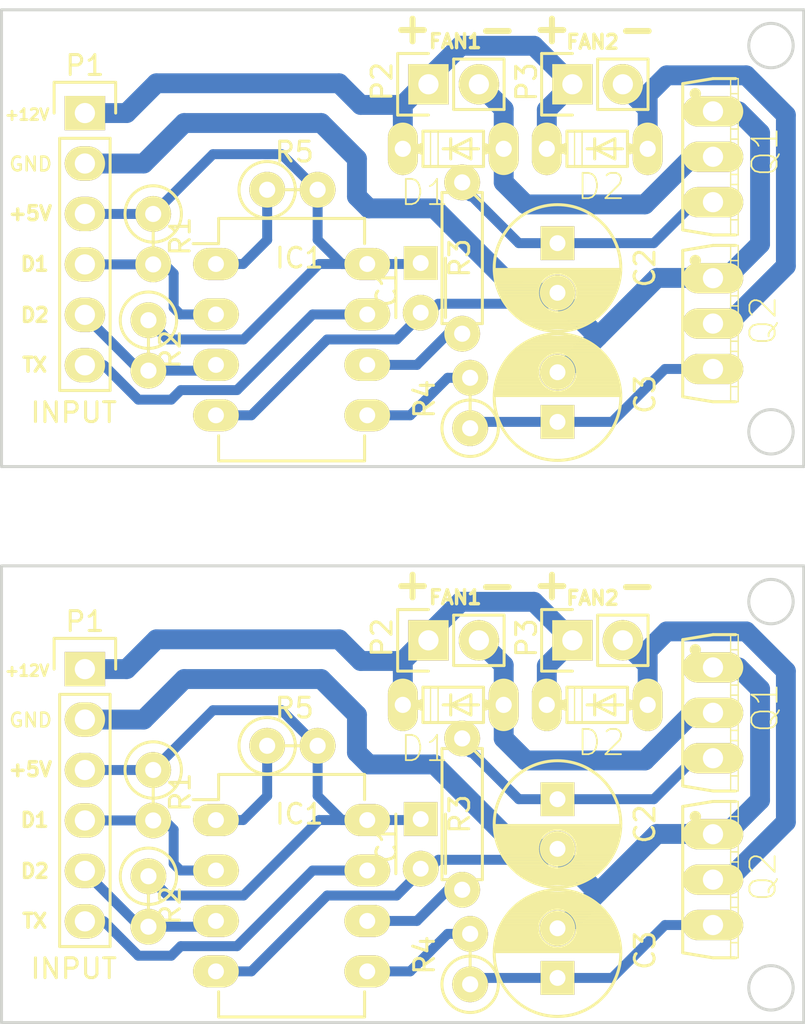
<source format=kicad_pcb>
(kicad_pcb (version 4) (host pcbnew 4.0.1-stable)

  (general
    (links 75)
    (no_connects 13)
    (area 166.924999 75.41 207.475001 127.425001)
    (thickness 1.6)
    (drawings 34)
    (tracks 228)
    (zones 0)
    (modules 32)
    (nets 14)
  )

  (page A4)
  (layers
    (0 F.Cu signal)
    (31 B.Cu signal)
    (32 B.Adhes user)
    (33 F.Adhes user)
    (34 B.Paste user)
    (35 F.Paste user)
    (36 B.SilkS user)
    (37 F.SilkS user)
    (38 B.Mask user)
    (39 F.Mask user)
    (40 Dwgs.User user)
    (41 Cmts.User user)
    (42 Eco1.User user)
    (43 Eco2.User user)
    (44 Edge.Cuts user)
    (45 Margin user)
    (46 B.CrtYd user)
    (47 F.CrtYd user)
    (48 B.Fab user)
    (49 F.Fab user)
  )

  (setup
    (last_trace_width 0.5)
    (user_trace_width 1)
    (user_trace_width 1)
    (trace_clearance 0.2)
    (zone_clearance 0.508)
    (zone_45_only no)
    (trace_min 0.2)
    (segment_width 0.2)
    (edge_width 0.15)
    (via_size 1.6)
    (via_drill 0.8)
    (via_min_size 1.3)
    (via_min_drill 0.8)
    (uvia_size 0.5)
    (uvia_drill 0.1)
    (uvias_allowed no)
    (uvia_min_size 0.5)
    (uvia_min_drill 0.1)
    (pcb_text_width 0.3)
    (pcb_text_size 1.5 1.5)
    (mod_edge_width 0.15)
    (mod_text_size 1 1)
    (mod_text_width 0.15)
    (pad_size 2.3 1.61)
    (pad_drill 0.8)
    (pad_to_mask_clearance 0.2)
    (aux_axis_origin 0 0)
    (visible_elements 7FFEF7FF)
    (pcbplotparams
      (layerselection 0x01000_80000000)
      (usegerberextensions false)
      (excludeedgelayer false)
      (linewidth 0.100000)
      (plotframeref false)
      (viasonmask true)
      (mode 1)
      (useauxorigin false)
      (hpglpennumber 1)
      (hpglpenspeed 20)
      (hpglpendiameter 15)
      (hpglpenoverlay 2)
      (psnegative false)
      (psa4output false)
      (plotreference true)
      (plotvalue true)
      (plotinvisibletext false)
      (padsonsilk false)
      (subtractmaskfromsilk false)
      (outputformat 1)
      (mirror false)
      (drillshape 0)
      (scaleselection 1)
      (outputdirectory test1/))
  )

  (net 0 "")
  (net 1 VCC12V)
  (net 2 GND)
  (net 3 VCC5V)
  (net 4 "Net-(D1-Pad2)")
  (net 5 "Net-(D2-Pad2)")
  (net 6 "Net-(IC1-Pad1)")
  (net 7 DS1)
  (net 8 DS2)
  (net 9 FAN2)
  (net 10 FAN1)
  (net 11 TX)
  (net 12 "Net-(C2-Pad1)")
  (net 13 "Net-(C3-Pad1)")

  (net_class Default "Это класс цепей по умолчанию."
    (clearance 0.2)
    (trace_width 0.5)
    (via_dia 1.6)
    (via_drill 0.8)
    (uvia_dia 0.5)
    (uvia_drill 0.1)
    (add_net DS1)
    (add_net DS2)
    (add_net FAN1)
    (add_net FAN2)
    (add_net GND)
    (add_net "Net-(C2-Pad1)")
    (add_net "Net-(C3-Pad1)")
    (add_net "Net-(D1-Pad2)")
    (add_net "Net-(D2-Pad2)")
    (add_net "Net-(IC1-Pad1)")
    (add_net TX)
    (add_net VCC12V)
    (add_net VCC5V)
  )

  (net_class pow ""
    (clearance 0.5)
    (trace_width 1)
    (via_dia 1.6)
    (via_drill 0.8)
    (uvia_dia 0.5)
    (uvia_drill 0.1)
  )

  (module Capacitors_ThroughHole:C_Disc_D3_P2.5 (layer F.Cu) (tedit 56E49600) (tstamp 56DF3276)
    (at 105.31 88.75 270)
    (descr "Capacitor 3mm Disc, Pitch 2.5mm")
    (tags Capacitor)
    (path /56DEF59A)
    (fp_text reference C1 (at 1.25 1.71 270) (layer F.SilkS)
      (effects (font (size 1 1) (thickness 0.15)))
    )
    (fp_text value 104 (at 1.25 2.5 270) (layer F.Fab)
      (effects (font (size 1 1) (thickness 0.15)))
    )
    (fp_line (start -0.9 -1.5) (end 3.4 -1.5) (layer F.CrtYd) (width 0.05))
    (fp_line (start 3.4 -1.5) (end 3.4 1.5) (layer F.CrtYd) (width 0.05))
    (fp_line (start 3.4 1.5) (end -0.9 1.5) (layer F.CrtYd) (width 0.05))
    (fp_line (start -0.9 1.5) (end -0.9 -1.5) (layer F.CrtYd) (width 0.05))
    (fp_line (start -0.25 -1.25) (end 2.75 -1.25) (layer F.SilkS) (width 0.15))
    (fp_line (start 2.75 1.25) (end -0.25 1.25) (layer F.SilkS) (width 0.15))
    (pad 1 thru_hole rect (at 0 0 270) (size 1.7 1.7) (drill 0.8) (layers *.Cu *.Mask F.SilkS)
      (net 3 VCC5V))
    (pad 2 thru_hole circle (at 2.5 0 270) (size 1.8 1.8) (drill 0.8001) (layers *.Cu *.Mask F.SilkS)
      (net 2 GND))
    (model Capacitors_ThroughHole.3dshapes/C_Disc_D3_P2.5.wrl
      (at (xyz 0.0492126 0 0))
      (scale (xyz 1 1 1))
      (rotate (xyz 0 0 0))
    )
  )

  (module Housings_DIP:DIP-8_W7.62mm_LongPads (layer F.Cu) (tedit 56E49707) (tstamp 56DF32A6)
    (at 95 88.8)
    (descr "8-lead dip package, row spacing 7.62 mm (300 mils), longer pads")
    (tags "dil dip 2.54 300")
    (path /56DEF1A3)
    (fp_text reference IC1 (at 4.2 -0.3) (layer F.SilkS)
      (effects (font (size 1 1) (thickness 0.15)))
    )
    (fp_text value ATTINY85-P (at 0 -3.72) (layer F.Fab)
      (effects (font (size 1 1) (thickness 0.15)))
    )
    (fp_line (start -1.4 -2.45) (end -1.4 10.1) (layer F.CrtYd) (width 0.05))
    (fp_line (start 9 -2.45) (end 9 10.1) (layer F.CrtYd) (width 0.05))
    (fp_line (start -1.4 -2.45) (end 9 -2.45) (layer F.CrtYd) (width 0.05))
    (fp_line (start -1.4 10.1) (end 9 10.1) (layer F.CrtYd) (width 0.05))
    (fp_line (start 0.135 -2.295) (end 0.135 -1.025) (layer F.SilkS) (width 0.15))
    (fp_line (start 7.485 -2.295) (end 7.485 -1.025) (layer F.SilkS) (width 0.15))
    (fp_line (start 7.485 9.915) (end 7.485 8.645) (layer F.SilkS) (width 0.15))
    (fp_line (start 0.135 9.915) (end 0.135 8.645) (layer F.SilkS) (width 0.15))
    (fp_line (start 0.135 -2.295) (end 7.485 -2.295) (layer F.SilkS) (width 0.15))
    (fp_line (start 0.135 9.915) (end 7.485 9.915) (layer F.SilkS) (width 0.15))
    (fp_line (start 0.135 -1.025) (end -1.15 -1.025) (layer F.SilkS) (width 0.15))
    (pad 1 thru_hole oval (at 0 0) (size 2.3 1.61) (drill 0.8) (layers *.Cu *.Mask F.SilkS)
      (net 6 "Net-(IC1-Pad1)"))
    (pad 2 thru_hole oval (at 0 2.54) (size 2.3 1.61) (drill 0.8) (layers *.Cu *.Mask F.SilkS)
      (net 7 DS1))
    (pad 3 thru_hole oval (at 0 5.08) (size 2.3 1.61) (drill 0.8) (layers *.Cu *.Mask F.SilkS)
      (net 8 DS2))
    (pad 4 thru_hole oval (at 0 7.62) (size 2.3 1.61) (drill 0.8) (layers *.Cu *.Mask F.SilkS)
      (net 2 GND))
    (pad 5 thru_hole oval (at 7.62 7.62) (size 2.3 1.61) (drill 0.8) (layers *.Cu *.Mask F.SilkS)
      (net 9 FAN2))
    (pad 6 thru_hole oval (at 7.62 5.08) (size 2.3 1.61) (drill 0.8) (layers *.Cu *.Mask F.SilkS)
      (net 10 FAN1))
    (pad 7 thru_hole oval (at 7.62 2.54) (size 2.3 1.61) (drill 0.8) (layers *.Cu *.Mask F.SilkS)
      (net 11 TX))
    (pad 8 thru_hole oval (at 7.62 0) (size 2.3 1.61) (drill 0.8) (layers *.Cu *.Mask F.SilkS)
      (net 3 VCC5V))
    (model Housings_DIP.3dshapes/DIP-8_W7.62mm_LongPads.wrl
      (at (xyz 0 0 0))
      (scale (xyz 1 1 1))
      (rotate (xyz 0 0 0))
    )
  )

  (module transistor-pnp:transistor-pnp-TO126V (layer F.Cu) (tedit 56E23A72) (tstamp 56DF32E2)
    (at 121.3 83.4 270)
    (descr TO-126)
    (tags TO-126)
    (path /56DEF083)
    (attr virtual)
    (fp_text reference Q1 (at -0.25 -1.35 270) (layer F.SilkS)
      (effects (font (size 1.27 1.27) (thickness 0.0889)))
    )
    (fp_text value BD139 (at -0.1778 5.6896 270) (layer B.SilkS) hide
      (effects (font (size 1.27 1.27) (thickness 0.0889)) (justify mirror))
    )
    (fp_line (start -3.937 0.381) (end -3.175 0.381) (layer F.SilkS) (width 0.06604))
    (fp_line (start -3.175 0.381) (end -3.175 0) (layer F.SilkS) (width 0.06604))
    (fp_line (start -3.937 0) (end -3.175 0) (layer F.SilkS) (width 0.06604))
    (fp_line (start -3.937 0.381) (end -3.937 0) (layer F.SilkS) (width 0.06604))
    (fp_line (start -1.397 0.381) (end -0.889 0.381) (layer F.SilkS) (width 0.06604))
    (fp_line (start -0.889 0.381) (end -0.889 0) (layer F.SilkS) (width 0.06604))
    (fp_line (start -1.397 0) (end -0.889 0) (layer F.SilkS) (width 0.06604))
    (fp_line (start -1.397 0.381) (end -1.397 0) (layer F.SilkS) (width 0.06604))
    (fp_line (start 0.889 0.381) (end 1.397 0.381) (layer F.SilkS) (width 0.06604))
    (fp_line (start 1.397 0.381) (end 1.397 0) (layer F.SilkS) (width 0.06604))
    (fp_line (start 0.889 0) (end 1.397 0) (layer F.SilkS) (width 0.06604))
    (fp_line (start 0.889 0.381) (end 0.889 0) (layer F.SilkS) (width 0.06604))
    (fp_line (start 3.175 0.381) (end 3.937 0.381) (layer F.SilkS) (width 0.06604))
    (fp_line (start 3.937 0.381) (end 3.937 0) (layer F.SilkS) (width 0.06604))
    (fp_line (start 3.175 0) (end 3.937 0) (layer F.SilkS) (width 0.06604))
    (fp_line (start 3.175 0.381) (end 3.175 0) (layer F.SilkS) (width 0.06604))
    (fp_line (start -3.175 0.381) (end -1.397 0.381) (layer F.SilkS) (width 0.06604))
    (fp_line (start -1.397 0.381) (end -1.397 0) (layer F.SilkS) (width 0.06604))
    (fp_line (start -3.175 0) (end -1.397 0) (layer F.SilkS) (width 0.06604))
    (fp_line (start -3.175 0.381) (end -3.175 0) (layer F.SilkS) (width 0.06604))
    (fp_line (start -0.889 0.381) (end 0.889 0.381) (layer F.SilkS) (width 0.06604))
    (fp_line (start 0.889 0.381) (end 0.889 0) (layer F.SilkS) (width 0.06604))
    (fp_line (start -0.889 0) (end 0.889 0) (layer F.SilkS) (width 0.06604))
    (fp_line (start -0.889 0.381) (end -0.889 0) (layer F.SilkS) (width 0.06604))
    (fp_line (start 1.397 0.381) (end 3.175 0.381) (layer F.SilkS) (width 0.06604))
    (fp_line (start 3.175 0.381) (end 3.175 0) (layer F.SilkS) (width 0.06604))
    (fp_line (start 1.397 0) (end 3.175 0) (layer F.SilkS) (width 0.06604))
    (fp_line (start 1.397 0.381) (end 1.397 0) (layer F.SilkS) (width 0.06604))
    (fp_line (start -3.937 0.127) (end -3.937 1.27) (layer F.SilkS) (width 0.1524))
    (fp_line (start -3.937 1.27) (end -3.683 2.794) (layer F.SilkS) (width 0.1524))
    (fp_line (start 3.683 2.794) (end 3.937 1.27) (layer F.SilkS) (width 0.1524))
    (fp_line (start 3.937 1.27) (end 3.937 0.127) (layer F.SilkS) (width 0.1524))
    (fp_line (start -3.683 2.794) (end -2.794 2.794) (layer F.SilkS) (width 0.1524))
    (fp_line (start -2.794 2.794) (end -1.778 2.794) (layer F.SilkS) (width 0.1524))
    (fp_line (start -1.778 2.794) (end -0.508 2.794) (layer F.SilkS) (width 0.1524))
    (fp_line (start -0.508 2.794) (end 0.508 2.794) (layer F.SilkS) (width 0.1524))
    (fp_line (start 0.508 2.794) (end 1.778 2.794) (layer F.SilkS) (width 0.1524))
    (fp_line (start 1.778 2.794) (end 2.794 2.794) (layer F.SilkS) (width 0.1524))
    (fp_line (start 2.794 2.794) (end 3.683 2.794) (layer F.SilkS) (width 0.1524))
    (fp_circle (center -3.175 2.159) (end -3.3782 2.3622) (layer F.SilkS) (width 0))
    (pad 1 thru_hole oval (at -2.286 1.27 270) (size 1.524 3.048) (drill 1.016) (layers *.Cu F.Paste F.SilkS F.Mask)
      (net 2 GND))
    (pad 2 thru_hole oval (at 0 1.27 270) (size 1.524 3.048) (drill 1.016) (layers *.Cu F.Paste F.SilkS F.Mask)
      (net 4 "Net-(D1-Pad2)"))
    (pad 3 thru_hole oval (at 2.286 1.27 270) (size 1.524 3.048) (drill 1.016) (layers *.Cu F.Paste F.SilkS F.Mask)
      (net 12 "Net-(C2-Pad1)"))
  )

  (module transistor-pnp:transistor-pnp-TO126V (layer F.Cu) (tedit 56E23A8C) (tstamp 56DF32E9)
    (at 121.3 91.8 270)
    (descr TO-126)
    (tags TO-126)
    (path /56DEF146)
    (attr virtual)
    (fp_text reference Q2 (at -0.15 -1.25 270) (layer F.SilkS)
      (effects (font (size 1.27 1.27) (thickness 0.0889)))
    )
    (fp_text value BD139 (at -0.1778 5.6896 270) (layer B.SilkS) hide
      (effects (font (size 1.27 1.27) (thickness 0.0889)) (justify mirror))
    )
    (fp_line (start -3.937 0.381) (end -3.175 0.381) (layer F.SilkS) (width 0.06604))
    (fp_line (start -3.175 0.381) (end -3.175 0) (layer F.SilkS) (width 0.06604))
    (fp_line (start -3.937 0) (end -3.175 0) (layer F.SilkS) (width 0.06604))
    (fp_line (start -3.937 0.381) (end -3.937 0) (layer F.SilkS) (width 0.06604))
    (fp_line (start -1.397 0.381) (end -0.889 0.381) (layer F.SilkS) (width 0.06604))
    (fp_line (start -0.889 0.381) (end -0.889 0) (layer F.SilkS) (width 0.06604))
    (fp_line (start -1.397 0) (end -0.889 0) (layer F.SilkS) (width 0.06604))
    (fp_line (start -1.397 0.381) (end -1.397 0) (layer F.SilkS) (width 0.06604))
    (fp_line (start 0.889 0.381) (end 1.397 0.381) (layer F.SilkS) (width 0.06604))
    (fp_line (start 1.397 0.381) (end 1.397 0) (layer F.SilkS) (width 0.06604))
    (fp_line (start 0.889 0) (end 1.397 0) (layer F.SilkS) (width 0.06604))
    (fp_line (start 0.889 0.381) (end 0.889 0) (layer F.SilkS) (width 0.06604))
    (fp_line (start 3.175 0.381) (end 3.937 0.381) (layer F.SilkS) (width 0.06604))
    (fp_line (start 3.937 0.381) (end 3.937 0) (layer F.SilkS) (width 0.06604))
    (fp_line (start 3.175 0) (end 3.937 0) (layer F.SilkS) (width 0.06604))
    (fp_line (start 3.175 0.381) (end 3.175 0) (layer F.SilkS) (width 0.06604))
    (fp_line (start -3.175 0.381) (end -1.397 0.381) (layer F.SilkS) (width 0.06604))
    (fp_line (start -1.397 0.381) (end -1.397 0) (layer F.SilkS) (width 0.06604))
    (fp_line (start -3.175 0) (end -1.397 0) (layer F.SilkS) (width 0.06604))
    (fp_line (start -3.175 0.381) (end -3.175 0) (layer F.SilkS) (width 0.06604))
    (fp_line (start -0.889 0.381) (end 0.889 0.381) (layer F.SilkS) (width 0.06604))
    (fp_line (start 0.889 0.381) (end 0.889 0) (layer F.SilkS) (width 0.06604))
    (fp_line (start -0.889 0) (end 0.889 0) (layer F.SilkS) (width 0.06604))
    (fp_line (start -0.889 0.381) (end -0.889 0) (layer F.SilkS) (width 0.06604))
    (fp_line (start 1.397 0.381) (end 3.175 0.381) (layer F.SilkS) (width 0.06604))
    (fp_line (start 3.175 0.381) (end 3.175 0) (layer F.SilkS) (width 0.06604))
    (fp_line (start 1.397 0) (end 3.175 0) (layer F.SilkS) (width 0.06604))
    (fp_line (start 1.397 0.381) (end 1.397 0) (layer F.SilkS) (width 0.06604))
    (fp_line (start -3.937 0.127) (end -3.937 1.27) (layer F.SilkS) (width 0.1524))
    (fp_line (start -3.937 1.27) (end -3.683 2.794) (layer F.SilkS) (width 0.1524))
    (fp_line (start 3.683 2.794) (end 3.937 1.27) (layer F.SilkS) (width 0.1524))
    (fp_line (start 3.937 1.27) (end 3.937 0.127) (layer F.SilkS) (width 0.1524))
    (fp_line (start -3.683 2.794) (end -2.794 2.794) (layer F.SilkS) (width 0.1524))
    (fp_line (start -2.794 2.794) (end -1.778 2.794) (layer F.SilkS) (width 0.1524))
    (fp_line (start -1.778 2.794) (end -0.508 2.794) (layer F.SilkS) (width 0.1524))
    (fp_line (start -0.508 2.794) (end 0.508 2.794) (layer F.SilkS) (width 0.1524))
    (fp_line (start 0.508 2.794) (end 1.778 2.794) (layer F.SilkS) (width 0.1524))
    (fp_line (start 1.778 2.794) (end 2.794 2.794) (layer F.SilkS) (width 0.1524))
    (fp_line (start 2.794 2.794) (end 3.683 2.794) (layer F.SilkS) (width 0.1524))
    (fp_circle (center -3.175 2.159) (end -3.3782 2.3622) (layer F.SilkS) (width 0))
    (pad 1 thru_hole oval (at -2.286 1.27 270) (size 1.524 3.048) (drill 1.016) (layers *.Cu F.Paste F.SilkS F.Mask)
      (net 2 GND))
    (pad 2 thru_hole oval (at 0 1.27 270) (size 1.524 3.048) (drill 1.016) (layers *.Cu F.Paste F.SilkS F.Mask)
      (net 5 "Net-(D2-Pad2)"))
    (pad 3 thru_hole oval (at 2.286 1.27 270) (size 1.524 3.048) (drill 1.016) (layers *.Cu F.Paste F.SilkS F.Mask)
      (net 13 "Net-(C3-Pad1)"))
  )

  (module Discret:R1 (layer F.Cu) (tedit 56E331DF) (tstamp 56DF32EF)
    (at 91.84 87.55 270)
    (descr "Resistance verticale")
    (tags R)
    (path /56DEF392)
    (fp_text reference R1 (at -0.15 -1.36 270) (layer F.SilkS)
      (effects (font (size 1 1) (thickness 0.15)))
    )
    (fp_text value 4K7 (at -1.143 2.54 270) (layer F.Fab)
      (effects (font (size 1 1) (thickness 0.15)))
    )
    (fp_line (start -1.27 0) (end 1.27 0) (layer F.SilkS) (width 0.15))
    (fp_circle (center -1.27 0) (end -0.635 1.27) (layer F.SilkS) (width 0.15))
    (pad 1 thru_hole circle (at -1.27 0 270) (size 1.8 1.8) (drill 0.81) (layers *.Cu *.Mask F.SilkS)
      (net 3 VCC5V))
    (pad 2 thru_hole circle (at 1.27 0 270) (size 1.8 1.8) (drill 0.81) (layers *.Cu *.Mask F.SilkS)
      (net 7 DS1))
    (model Discret.3dshapes/R1.wrl
      (at (xyz 0 0 0))
      (scale (xyz 1 1 1))
      (rotate (xyz 0 0 0))
    )
  )

  (module Discret:R1 (layer F.Cu) (tedit 56E23A21) (tstamp 56DF32F5)
    (at 91.6 92.9 270)
    (descr "Resistance verticale")
    (tags R)
    (path /56DEF481)
    (fp_text reference R2 (at 0.2 -1.1 270) (layer F.SilkS)
      (effects (font (size 1 1) (thickness 0.15)))
    )
    (fp_text value 4K7 (at -1.143 2.54 270) (layer F.Fab)
      (effects (font (size 1 1) (thickness 0.15)))
    )
    (fp_line (start -1.27 0) (end 1.27 0) (layer F.SilkS) (width 0.15))
    (fp_circle (center -1.27 0) (end -0.635 1.27) (layer F.SilkS) (width 0.15))
    (pad 1 thru_hole circle (at -1.27 0 270) (size 1.8 1.8) (drill 0.81) (layers *.Cu *.Mask F.SilkS)
      (net 3 VCC5V))
    (pad 2 thru_hole circle (at 1.27 0 270) (size 1.8 1.8) (drill 0.81) (layers *.Cu *.Mask F.SilkS)
      (net 8 DS2))
    (model Discret.3dshapes/R1.wrl
      (at (xyz 0 0 0))
      (scale (xyz 1 1 1))
      (rotate (xyz 0 0 0))
    )
  )

  (module diode:diode-DO34-5 (layer F.Cu) (tedit 56E49677) (tstamp 56E1F66A)
    (at 106.95 83)
    (descr DIODE)
    (tags DIODE)
    (path /56DEF97E)
    (attr virtual)
    (fp_text reference D1 (at -1.45 2.2) (layer F.SilkS)
      (effects (font (size 1.27 1.27) (thickness 0.0889)))
    )
    (fp_text value 1N4148 (at 2.159 1.905) (layer B.SilkS) hide
      (effects (font (size 1.27 1.27) (thickness 0.0889)) (justify mirror))
    )
    (fp_line (start -1.143 0.889) (end -0.762 0.889) (layer F.SilkS) (width 0.06604))
    (fp_line (start -0.762 0.889) (end -0.762 -0.889) (layer F.SilkS) (width 0.06604))
    (fp_line (start -1.143 -0.889) (end -0.762 -0.889) (layer F.SilkS) (width 0.06604))
    (fp_line (start -1.143 0.889) (end -1.143 -0.889) (layer F.SilkS) (width 0.06604))
    (fp_line (start -1.651 0.254) (end -1.524 0.254) (layer F.SilkS) (width 0.06604))
    (fp_line (start -1.524 0.254) (end -1.524 -0.254) (layer F.SilkS) (width 0.06604))
    (fp_line (start -1.651 -0.254) (end -1.524 -0.254) (layer F.SilkS) (width 0.06604))
    (fp_line (start -1.651 0.254) (end -1.651 -0.254) (layer F.SilkS) (width 0.06604))
    (fp_line (start 1.524 0.254) (end 1.651 0.254) (layer F.SilkS) (width 0.06604))
    (fp_line (start 1.651 0.254) (end 1.651 -0.254) (layer F.SilkS) (width 0.06604))
    (fp_line (start 1.524 -0.254) (end 1.651 -0.254) (layer F.SilkS) (width 0.06604))
    (fp_line (start 1.524 0.254) (end 1.524 -0.254) (layer F.SilkS) (width 0.06604))
    (fp_line (start -1.524 0.889) (end 1.524 0.889) (layer F.SilkS) (width 0.1524))
    (fp_line (start 1.524 -0.889) (end -1.524 -0.889) (layer F.SilkS) (width 0.1524))
    (fp_line (start 1.524 0.889) (end 1.524 -0.889) (layer F.SilkS) (width 0.1524))
    (fp_line (start -1.524 -0.889) (end -1.524 0.889) (layer F.SilkS) (width 0.1524))
    (fp_line (start 2.54 0) (end 1.778 0) (layer F.SilkS) (width 0.508))
    (fp_line (start -2.54 0) (end -1.778 0) (layer F.SilkS) (width 0.508))
    (fp_line (start -0.508 0) (end -0.127 0) (layer F.SilkS) (width 0.1524))
    (fp_line (start 0.889 -0.508) (end 0.889 0.508) (layer F.SilkS) (width 0.1524))
    (fp_line (start 0.889 0.508) (end -0.127 0) (layer F.SilkS) (width 0.1524))
    (fp_line (start -0.127 0) (end 1.27 0) (layer F.SilkS) (width 0.1524))
    (fp_line (start -0.127 0) (end 0.889 -0.508) (layer F.SilkS) (width 0.1524))
    (fp_line (start -0.127 -0.508) (end -0.127 0) (layer F.SilkS) (width 0.1524))
    (fp_line (start -0.127 0) (end -0.127 0.508) (layer F.SilkS) (width 0.1524))
    (pad 2 thru_hole oval (at 2.54 0) (size 1.5 2.6416) (drill 0.8128) (layers *.Cu F.Paste F.SilkS F.Mask)
      (net 4 "Net-(D1-Pad2)"))
    (pad 1 thru_hole oval (at -2.54 0) (size 1.5 2.6416) (drill 0.8128) (layers *.Cu F.Paste F.SilkS F.Mask)
      (net 1 VCC12V))
  )

  (module diode:diode-DO34-5 (layer F.Cu) (tedit 56E2375B) (tstamp 56E1F670)
    (at 114.2 83)
    (descr DIODE)
    (tags DIODE)
    (path /56DEFA31)
    (attr virtual)
    (fp_text reference D2 (at 0.2 1.9) (layer F.SilkS)
      (effects (font (size 1.27 1.27) (thickness 0.0889)))
    )
    (fp_text value 1N4148 (at 2.159 1.905) (layer B.SilkS) hide
      (effects (font (size 1.27 1.27) (thickness 0.0889)) (justify mirror))
    )
    (fp_line (start -1.143 0.889) (end -0.762 0.889) (layer F.SilkS) (width 0.06604))
    (fp_line (start -0.762 0.889) (end -0.762 -0.889) (layer F.SilkS) (width 0.06604))
    (fp_line (start -1.143 -0.889) (end -0.762 -0.889) (layer F.SilkS) (width 0.06604))
    (fp_line (start -1.143 0.889) (end -1.143 -0.889) (layer F.SilkS) (width 0.06604))
    (fp_line (start -1.651 0.254) (end -1.524 0.254) (layer F.SilkS) (width 0.06604))
    (fp_line (start -1.524 0.254) (end -1.524 -0.254) (layer F.SilkS) (width 0.06604))
    (fp_line (start -1.651 -0.254) (end -1.524 -0.254) (layer F.SilkS) (width 0.06604))
    (fp_line (start -1.651 0.254) (end -1.651 -0.254) (layer F.SilkS) (width 0.06604))
    (fp_line (start 1.524 0.254) (end 1.651 0.254) (layer F.SilkS) (width 0.06604))
    (fp_line (start 1.651 0.254) (end 1.651 -0.254) (layer F.SilkS) (width 0.06604))
    (fp_line (start 1.524 -0.254) (end 1.651 -0.254) (layer F.SilkS) (width 0.06604))
    (fp_line (start 1.524 0.254) (end 1.524 -0.254) (layer F.SilkS) (width 0.06604))
    (fp_line (start -1.524 0.889) (end 1.524 0.889) (layer F.SilkS) (width 0.1524))
    (fp_line (start 1.524 -0.889) (end -1.524 -0.889) (layer F.SilkS) (width 0.1524))
    (fp_line (start 1.524 0.889) (end 1.524 -0.889) (layer F.SilkS) (width 0.1524))
    (fp_line (start -1.524 -0.889) (end -1.524 0.889) (layer F.SilkS) (width 0.1524))
    (fp_line (start 2.54 0) (end 1.778 0) (layer F.SilkS) (width 0.508))
    (fp_line (start -2.54 0) (end -1.778 0) (layer F.SilkS) (width 0.508))
    (fp_line (start -0.508 0) (end -0.127 0) (layer F.SilkS) (width 0.1524))
    (fp_line (start 0.889 -0.508) (end 0.889 0.508) (layer F.SilkS) (width 0.1524))
    (fp_line (start 0.889 0.508) (end -0.127 0) (layer F.SilkS) (width 0.1524))
    (fp_line (start -0.127 0) (end 1.27 0) (layer F.SilkS) (width 0.1524))
    (fp_line (start -0.127 0) (end 0.889 -0.508) (layer F.SilkS) (width 0.1524))
    (fp_line (start -0.127 -0.508) (end -0.127 0) (layer F.SilkS) (width 0.1524))
    (fp_line (start -0.127 0) (end -0.127 0.508) (layer F.SilkS) (width 0.1524))
    (pad 2 thru_hole oval (at 2.54 0) (size 1.5 2.6416) (drill 0.8128) (layers *.Cu F.Paste F.SilkS F.Mask)
      (net 5 "Net-(D2-Pad2)"))
    (pad 1 thru_hole oval (at -2.54 0) (size 1.5 2.6416) (drill 0.8128) (layers *.Cu F.Paste F.SilkS F.Mask)
      (net 1 VCC12V))
  )

  (module Discret:R3 (layer F.Cu) (tedit 56E49588) (tstamp 56E20E69)
    (at 107.4 88.5 270)
    (descr "Resitance 3 pas")
    (tags R)
    (path /56DEF1EE)
    (fp_text reference R3 (at 0 0.127 270) (layer F.SilkS)
      (effects (font (size 1 1) (thickness 0.15)))
    )
    (fp_text value 1K (at 0 0.127 270) (layer F.Fab)
      (effects (font (size 1 1) (thickness 0.15)))
    )
    (fp_line (start -3.81 0) (end -3.302 0) (layer F.SilkS) (width 0.15))
    (fp_line (start 3.81 0) (end 3.302 0) (layer F.SilkS) (width 0.15))
    (fp_line (start 3.302 0) (end 3.302 -1.016) (layer F.SilkS) (width 0.15))
    (fp_line (start 3.302 -1.016) (end -3.302 -1.016) (layer F.SilkS) (width 0.15))
    (fp_line (start -3.302 -1.016) (end -3.302 1.016) (layer F.SilkS) (width 0.15))
    (fp_line (start -3.302 1.016) (end 3.302 1.016) (layer F.SilkS) (width 0.15))
    (fp_line (start 3.302 1.016) (end 3.302 0) (layer F.SilkS) (width 0.15))
    (fp_line (start -3.302 -0.508) (end -2.794 -1.016) (layer F.SilkS) (width 0.15))
    (pad 1 thru_hole circle (at -3.81 0 270) (size 1.8 1.8) (drill 0.8128) (layers *.Cu *.Mask F.SilkS)
      (net 12 "Net-(C2-Pad1)"))
    (pad 2 thru_hole circle (at 3.81 0 270) (size 1.8 1.8) (drill 0.8128) (layers *.Cu *.Mask F.SilkS)
      (net 10 FAN1))
    (model Discret.3dshapes/R3.wrl
      (at (xyz 0 0 0))
      (scale (xyz 0.3 0.3 0.3))
      (rotate (xyz 0 0 0))
    )
  )

  (module Discret:R1 (layer F.Cu) (tedit 56E495CA) (tstamp 56E20EC7)
    (at 107.8 95.8 90)
    (descr "Resistance verticale")
    (tags R)
    (path /56DEF2FF)
    (fp_text reference R4 (at 0.2 -2.3 90) (layer F.SilkS)
      (effects (font (size 1 1) (thickness 0.15)))
    )
    (fp_text value 1K (at -1.143 2.54 90) (layer F.Fab)
      (effects (font (size 1 1) (thickness 0.15)))
    )
    (fp_line (start -1.27 0) (end 1.27 0) (layer F.SilkS) (width 0.15))
    (fp_circle (center -1.27 0) (end -0.635 1.27) (layer F.SilkS) (width 0.15))
    (pad 1 thru_hole circle (at -1.27 0 90) (size 1.8 1.8) (drill 0.81) (layers *.Cu *.Mask F.SilkS)
      (net 13 "Net-(C3-Pad1)"))
    (pad 2 thru_hole circle (at 1.27 0 90) (size 1.8 1.8) (drill 0.81) (layers *.Cu *.Mask F.SilkS)
      (net 9 FAN2))
    (model Discret.3dshapes/R1.wrl
      (at (xyz 0 0 0))
      (scale (xyz 1 1 1))
      (rotate (xyz 0 0 0))
    )
  )

  (module Discret:R1 (layer F.Cu) (tedit 56E23794) (tstamp 56E21F02)
    (at 98.85 85.06)
    (descr "Resistance verticale")
    (tags R)
    (path /56DF26F3)
    (fp_text reference R5 (at 0.1 -1.9) (layer F.SilkS)
      (effects (font (size 1 1) (thickness 0.15)))
    )
    (fp_text value 10K (at -1.143 2.54) (layer F.Fab)
      (effects (font (size 1 1) (thickness 0.15)))
    )
    (fp_line (start -1.27 0) (end 1.27 0) (layer F.SilkS) (width 0.15))
    (fp_circle (center -1.27 0) (end -0.635 1.27) (layer F.SilkS) (width 0.15))
    (pad 1 thru_hole circle (at -1.27 0) (size 1.8 1.8) (drill 0.81) (layers *.Cu *.Mask F.SilkS)
      (net 6 "Net-(IC1-Pad1)"))
    (pad 2 thru_hole circle (at 1.27 0) (size 1.8 1.8) (drill 0.81) (layers *.Cu *.Mask F.SilkS)
      (net 3 VCC5V))
    (model Discret.3dshapes/R1.wrl
      (at (xyz 0 0 0))
      (scale (xyz 1 1 1))
      (rotate (xyz 0 0 0))
    )
  )

  (module Capacitors_ThroughHole:C_Radial_D6.3_L11.2_P2.5 (layer F.Cu) (tedit 56E49658) (tstamp 56E27816)
    (at 112.2 87.75 270)
    (descr "Radial Electrolytic Capacitor, Diameter 6.3mm x Length 11.2mm, Pitch 2.5mm")
    (tags "Electrolytic Capacitor")
    (path /56DEF6F4)
    (fp_text reference C2 (at 1.25 -4.4 270) (layer F.SilkS)
      (effects (font (size 1 1) (thickness 0.15)))
    )
    (fp_text value "100,0 x 16v" (at 1.25 4.4 270) (layer F.Fab)
      (effects (font (size 1 1) (thickness 0.15)))
    )
    (fp_line (start 1.325 -3.149) (end 1.325 3.149) (layer F.SilkS) (width 0.15))
    (fp_line (start 1.465 -3.143) (end 1.465 3.143) (layer F.SilkS) (width 0.15))
    (fp_line (start 1.605 -3.13) (end 1.605 -0.446) (layer F.SilkS) (width 0.15))
    (fp_line (start 1.605 0.446) (end 1.605 3.13) (layer F.SilkS) (width 0.15))
    (fp_line (start 1.745 -3.111) (end 1.745 -0.656) (layer F.SilkS) (width 0.15))
    (fp_line (start 1.745 0.656) (end 1.745 3.111) (layer F.SilkS) (width 0.15))
    (fp_line (start 1.885 -3.085) (end 1.885 -0.789) (layer F.SilkS) (width 0.15))
    (fp_line (start 1.885 0.789) (end 1.885 3.085) (layer F.SilkS) (width 0.15))
    (fp_line (start 2.025 -3.053) (end 2.025 -0.88) (layer F.SilkS) (width 0.15))
    (fp_line (start 2.025 0.88) (end 2.025 3.053) (layer F.SilkS) (width 0.15))
    (fp_line (start 2.165 -3.014) (end 2.165 -0.942) (layer F.SilkS) (width 0.15))
    (fp_line (start 2.165 0.942) (end 2.165 3.014) (layer F.SilkS) (width 0.15))
    (fp_line (start 2.305 -2.968) (end 2.305 -0.981) (layer F.SilkS) (width 0.15))
    (fp_line (start 2.305 0.981) (end 2.305 2.968) (layer F.SilkS) (width 0.15))
    (fp_line (start 2.445 -2.915) (end 2.445 -0.998) (layer F.SilkS) (width 0.15))
    (fp_line (start 2.445 0.998) (end 2.445 2.915) (layer F.SilkS) (width 0.15))
    (fp_line (start 2.585 -2.853) (end 2.585 -0.996) (layer F.SilkS) (width 0.15))
    (fp_line (start 2.585 0.996) (end 2.585 2.853) (layer F.SilkS) (width 0.15))
    (fp_line (start 2.725 -2.783) (end 2.725 -0.974) (layer F.SilkS) (width 0.15))
    (fp_line (start 2.725 0.974) (end 2.725 2.783) (layer F.SilkS) (width 0.15))
    (fp_line (start 2.865 -2.704) (end 2.865 -0.931) (layer F.SilkS) (width 0.15))
    (fp_line (start 2.865 0.931) (end 2.865 2.704) (layer F.SilkS) (width 0.15))
    (fp_line (start 3.005 -2.616) (end 3.005 -0.863) (layer F.SilkS) (width 0.15))
    (fp_line (start 3.005 0.863) (end 3.005 2.616) (layer F.SilkS) (width 0.15))
    (fp_line (start 3.145 -2.516) (end 3.145 -0.764) (layer F.SilkS) (width 0.15))
    (fp_line (start 3.145 0.764) (end 3.145 2.516) (layer F.SilkS) (width 0.15))
    (fp_line (start 3.285 -2.404) (end 3.285 -0.619) (layer F.SilkS) (width 0.15))
    (fp_line (start 3.285 0.619) (end 3.285 2.404) (layer F.SilkS) (width 0.15))
    (fp_line (start 3.425 -2.279) (end 3.425 -0.38) (layer F.SilkS) (width 0.15))
    (fp_line (start 3.425 0.38) (end 3.425 2.279) (layer F.SilkS) (width 0.15))
    (fp_line (start 3.565 -2.136) (end 3.565 2.136) (layer F.SilkS) (width 0.15))
    (fp_line (start 3.705 -1.974) (end 3.705 1.974) (layer F.SilkS) (width 0.15))
    (fp_line (start 3.845 -1.786) (end 3.845 1.786) (layer F.SilkS) (width 0.15))
    (fp_line (start 3.985 -1.563) (end 3.985 1.563) (layer F.SilkS) (width 0.15))
    (fp_line (start 4.125 -1.287) (end 4.125 1.287) (layer F.SilkS) (width 0.15))
    (fp_line (start 4.265 -0.912) (end 4.265 0.912) (layer F.SilkS) (width 0.15))
    (fp_circle (center 2.5 0) (end 2.5 -1) (layer F.SilkS) (width 0.15))
    (fp_circle (center 1.25 0) (end 1.25 -3.1875) (layer F.SilkS) (width 0.15))
    (fp_circle (center 1.25 0) (end 1.25 -3.4) (layer F.CrtYd) (width 0.05))
    (pad 2 thru_hole circle (at 2.5 0 270) (size 1.8 1.8) (drill 0.8) (layers *.Cu *.Mask F.SilkS)
      (net 2 GND))
    (pad 1 thru_hole rect (at 0 0 270) (size 1.7 1.7) (drill 0.8) (layers *.Cu *.Mask F.SilkS)
      (net 12 "Net-(C2-Pad1)"))
    (model Capacitors_ThroughHole.3dshapes/C_Radial_D6.3_L11.2_P2.5.wrl
      (at (xyz 0 0 0))
      (scale (xyz 1 1 1))
      (rotate (xyz 0 0 0))
    )
  )

  (module Capacitors_ThroughHole:C_Radial_D6.3_L11.2_P2.5 (layer F.Cu) (tedit 56E28368) (tstamp 56E2781B)
    (at 112.2 96.75 90)
    (descr "Radial Electrolytic Capacitor, Diameter 6.3mm x Length 11.2mm, Pitch 2.5mm")
    (tags "Electrolytic Capacitor")
    (path /56DEF659)
    (fp_text reference C3 (at 1.39 4.41 90) (layer F.SilkS)
      (effects (font (size 1 1) (thickness 0.15)))
    )
    (fp_text value "100,0 x 16v" (at 3.35 4.4 90) (layer F.Fab)
      (effects (font (size 1 1) (thickness 0.15)))
    )
    (fp_line (start 1.325 -3.149) (end 1.325 3.149) (layer F.SilkS) (width 0.15))
    (fp_line (start 1.465 -3.143) (end 1.465 3.143) (layer F.SilkS) (width 0.15))
    (fp_line (start 1.605 -3.13) (end 1.605 -0.446) (layer F.SilkS) (width 0.15))
    (fp_line (start 1.605 0.446) (end 1.605 3.13) (layer F.SilkS) (width 0.15))
    (fp_line (start 1.745 -3.111) (end 1.745 -0.656) (layer F.SilkS) (width 0.15))
    (fp_line (start 1.745 0.656) (end 1.745 3.111) (layer F.SilkS) (width 0.15))
    (fp_line (start 1.885 -3.085) (end 1.885 -0.789) (layer F.SilkS) (width 0.15))
    (fp_line (start 1.885 0.789) (end 1.885 3.085) (layer F.SilkS) (width 0.15))
    (fp_line (start 2.025 -3.053) (end 2.025 -0.88) (layer F.SilkS) (width 0.15))
    (fp_line (start 2.025 0.88) (end 2.025 3.053) (layer F.SilkS) (width 0.15))
    (fp_line (start 2.165 -3.014) (end 2.165 -0.942) (layer F.SilkS) (width 0.15))
    (fp_line (start 2.165 0.942) (end 2.165 3.014) (layer F.SilkS) (width 0.15))
    (fp_line (start 2.305 -2.968) (end 2.305 -0.981) (layer F.SilkS) (width 0.15))
    (fp_line (start 2.305 0.981) (end 2.305 2.968) (layer F.SilkS) (width 0.15))
    (fp_line (start 2.445 -2.915) (end 2.445 -0.998) (layer F.SilkS) (width 0.15))
    (fp_line (start 2.445 0.998) (end 2.445 2.915) (layer F.SilkS) (width 0.15))
    (fp_line (start 2.585 -2.853) (end 2.585 -0.996) (layer F.SilkS) (width 0.15))
    (fp_line (start 2.585 0.996) (end 2.585 2.853) (layer F.SilkS) (width 0.15))
    (fp_line (start 2.725 -2.783) (end 2.725 -0.974) (layer F.SilkS) (width 0.15))
    (fp_line (start 2.725 0.974) (end 2.725 2.783) (layer F.SilkS) (width 0.15))
    (fp_line (start 2.865 -2.704) (end 2.865 -0.931) (layer F.SilkS) (width 0.15))
    (fp_line (start 2.865 0.931) (end 2.865 2.704) (layer F.SilkS) (width 0.15))
    (fp_line (start 3.005 -2.616) (end 3.005 -0.863) (layer F.SilkS) (width 0.15))
    (fp_line (start 3.005 0.863) (end 3.005 2.616) (layer F.SilkS) (width 0.15))
    (fp_line (start 3.145 -2.516) (end 3.145 -0.764) (layer F.SilkS) (width 0.15))
    (fp_line (start 3.145 0.764) (end 3.145 2.516) (layer F.SilkS) (width 0.15))
    (fp_line (start 3.285 -2.404) (end 3.285 -0.619) (layer F.SilkS) (width 0.15))
    (fp_line (start 3.285 0.619) (end 3.285 2.404) (layer F.SilkS) (width 0.15))
    (fp_line (start 3.425 -2.279) (end 3.425 -0.38) (layer F.SilkS) (width 0.15))
    (fp_line (start 3.425 0.38) (end 3.425 2.279) (layer F.SilkS) (width 0.15))
    (fp_line (start 3.565 -2.136) (end 3.565 2.136) (layer F.SilkS) (width 0.15))
    (fp_line (start 3.705 -1.974) (end 3.705 1.974) (layer F.SilkS) (width 0.15))
    (fp_line (start 3.845 -1.786) (end 3.845 1.786) (layer F.SilkS) (width 0.15))
    (fp_line (start 3.985 -1.563) (end 3.985 1.563) (layer F.SilkS) (width 0.15))
    (fp_line (start 4.125 -1.287) (end 4.125 1.287) (layer F.SilkS) (width 0.15))
    (fp_line (start 4.265 -0.912) (end 4.265 0.912) (layer F.SilkS) (width 0.15))
    (fp_circle (center 2.5 0) (end 2.5 -1) (layer F.SilkS) (width 0.15))
    (fp_circle (center 1.25 0) (end 1.25 -3.1875) (layer F.SilkS) (width 0.15))
    (fp_circle (center 1.25 0) (end 1.25 -3.4) (layer F.CrtYd) (width 0.05))
    (pad 2 thru_hole circle (at 2.5 0 90) (size 1.8 1.8) (drill 0.8) (layers *.Cu *.Mask F.SilkS)
      (net 2 GND))
    (pad 1 thru_hole rect (at 0 0 90) (size 1.7 1.7) (drill 0.8) (layers *.Cu *.Mask F.SilkS)
      (net 13 "Net-(C3-Pad1)"))
    (model Capacitors_ThroughHole.3dshapes/C_Radial_D6.3_L11.2_P2.5.wrl
      (at (xyz 0 0 0))
      (scale (xyz 1 1 1))
      (rotate (xyz 0 0 0))
    )
  )

  (module Pin_Headers:Pin_Header_Straight_1x06 (layer F.Cu) (tedit 56E2814C) (tstamp 56E27820)
    (at 88.4 81.2)
    (descr "Through hole pin header")
    (tags "pin header")
    (path /56E2787C)
    (fp_text reference P1 (at 0 -2.4) (layer F.SilkS)
      (effects (font (size 1 1) (thickness 0.15)))
    )
    (fp_text value INPUT (at -0.56 15.08) (layer F.SilkS)
      (effects (font (size 1 1) (thickness 0.15)))
    )
    (fp_line (start -1.75 -1.75) (end -1.75 14.45) (layer F.CrtYd) (width 0.05))
    (fp_line (start 1.75 -1.75) (end 1.75 14.45) (layer F.CrtYd) (width 0.05))
    (fp_line (start -1.75 -1.75) (end 1.75 -1.75) (layer F.CrtYd) (width 0.05))
    (fp_line (start -1.75 14.45) (end 1.75 14.45) (layer F.CrtYd) (width 0.05))
    (fp_line (start 1.27 1.27) (end 1.27 13.97) (layer F.SilkS) (width 0.15))
    (fp_line (start 1.27 13.97) (end -1.27 13.97) (layer F.SilkS) (width 0.15))
    (fp_line (start -1.27 13.97) (end -1.27 1.27) (layer F.SilkS) (width 0.15))
    (fp_line (start 1.55 -1.55) (end 1.55 0) (layer F.SilkS) (width 0.15))
    (fp_line (start 1.27 1.27) (end -1.27 1.27) (layer F.SilkS) (width 0.15))
    (fp_line (start -1.55 0) (end -1.55 -1.55) (layer F.SilkS) (width 0.15))
    (fp_line (start -1.55 -1.55) (end 1.55 -1.55) (layer F.SilkS) (width 0.15))
    (pad 1 thru_hole rect (at 0 0) (size 2.032 1.7272) (drill 1.016) (layers *.Cu *.Mask F.SilkS)
      (net 1 VCC12V))
    (pad 2 thru_hole oval (at 0 2.54) (size 2.032 1.7272) (drill 1.016) (layers *.Cu *.Mask F.SilkS)
      (net 2 GND))
    (pad 3 thru_hole oval (at 0 5.08) (size 2.032 1.7272) (drill 1.016) (layers *.Cu *.Mask F.SilkS)
      (net 3 VCC5V))
    (pad 4 thru_hole oval (at 0 7.62) (size 2.032 1.7272) (drill 1.016) (layers *.Cu *.Mask F.SilkS)
      (net 7 DS1))
    (pad 5 thru_hole oval (at 0 10.16) (size 2.032 1.7272) (drill 1.016) (layers *.Cu *.Mask F.SilkS)
      (net 8 DS2))
    (pad 6 thru_hole oval (at 0 12.7) (size 2.032 1.7272) (drill 1.016) (layers *.Cu *.Mask F.SilkS)
      (net 11 TX))
    (model Pin_Headers.3dshapes/Pin_Header_Straight_1x06.wrl
      (at (xyz 0 -0.25 0))
      (scale (xyz 1 1 1))
      (rotate (xyz 0 0 90))
    )
  )

  (module Pin_Headers:Pin_Header_Straight_1x02 (layer F.Cu) (tedit 56E2819F) (tstamp 56E27829)
    (at 105.7 79.75 90)
    (descr "Through hole pin header")
    (tags "pin header")
    (path /56DEFA80)
    (fp_text reference P2 (at 0.14 -2.34 270) (layer F.SilkS)
      (effects (font (size 1 1) (thickness 0.15)))
    )
    (fp_text value FAN1 (at 2.16 1.35 180) (layer F.SilkS)
      (effects (font (size 0.7 0.7) (thickness 0.175)))
    )
    (fp_line (start 1.27 1.27) (end 1.27 3.81) (layer F.SilkS) (width 0.15))
    (fp_line (start 1.55 -1.55) (end 1.55 0) (layer F.SilkS) (width 0.15))
    (fp_line (start -1.75 -1.75) (end -1.75 4.3) (layer F.CrtYd) (width 0.05))
    (fp_line (start 1.75 -1.75) (end 1.75 4.3) (layer F.CrtYd) (width 0.05))
    (fp_line (start -1.75 -1.75) (end 1.75 -1.75) (layer F.CrtYd) (width 0.05))
    (fp_line (start -1.75 4.3) (end 1.75 4.3) (layer F.CrtYd) (width 0.05))
    (fp_line (start 1.27 1.27) (end -1.27 1.27) (layer F.SilkS) (width 0.15))
    (fp_line (start -1.55 0) (end -1.55 -1.55) (layer F.SilkS) (width 0.15))
    (fp_line (start -1.55 -1.55) (end 1.55 -1.55) (layer F.SilkS) (width 0.15))
    (fp_line (start -1.27 1.27) (end -1.27 3.81) (layer F.SilkS) (width 0.15))
    (fp_line (start -1.27 3.81) (end 1.27 3.81) (layer F.SilkS) (width 0.15))
    (pad 1 thru_hole rect (at 0 0 90) (size 2.032 2.032) (drill 1.016) (layers *.Cu *.Mask F.SilkS)
      (net 1 VCC12V))
    (pad 2 thru_hole oval (at 0 2.54 90) (size 2.032 2.032) (drill 1.016) (layers *.Cu *.Mask F.SilkS)
      (net 4 "Net-(D1-Pad2)"))
    (model Pin_Headers.3dshapes/Pin_Header_Straight_1x02.wrl
      (at (xyz 0 -0.05 0))
      (scale (xyz 1 1 1))
      (rotate (xyz 0 0 90))
    )
  )

  (module Pin_Headers:Pin_Header_Straight_1x02 (layer F.Cu) (tedit 56E281C8) (tstamp 56E2782E)
    (at 112.95 79.75 90)
    (descr "Through hole pin header")
    (tags "pin header")
    (path /56DEFB67)
    (fp_text reference P3 (at 0.12 -2.31 90) (layer F.SilkS)
      (effects (font (size 1 1) (thickness 0.15)))
    )
    (fp_text value FAN2 (at 2.13 1.02 180) (layer F.SilkS)
      (effects (font (size 0.7 0.7) (thickness 0.175)))
    )
    (fp_line (start 1.27 1.27) (end 1.27 3.81) (layer F.SilkS) (width 0.15))
    (fp_line (start 1.55 -1.55) (end 1.55 0) (layer F.SilkS) (width 0.15))
    (fp_line (start -1.75 -1.75) (end -1.75 4.3) (layer F.CrtYd) (width 0.05))
    (fp_line (start 1.75 -1.75) (end 1.75 4.3) (layer F.CrtYd) (width 0.05))
    (fp_line (start -1.75 -1.75) (end 1.75 -1.75) (layer F.CrtYd) (width 0.05))
    (fp_line (start -1.75 4.3) (end 1.75 4.3) (layer F.CrtYd) (width 0.05))
    (fp_line (start 1.27 1.27) (end -1.27 1.27) (layer F.SilkS) (width 0.15))
    (fp_line (start -1.55 0) (end -1.55 -1.55) (layer F.SilkS) (width 0.15))
    (fp_line (start -1.55 -1.55) (end 1.55 -1.55) (layer F.SilkS) (width 0.15))
    (fp_line (start -1.27 1.27) (end -1.27 3.81) (layer F.SilkS) (width 0.15))
    (fp_line (start -1.27 3.81) (end 1.27 3.81) (layer F.SilkS) (width 0.15))
    (pad 1 thru_hole rect (at 0 0 90) (size 2.032 2.032) (drill 1.016) (layers *.Cu *.Mask F.SilkS)
      (net 1 VCC12V))
    (pad 2 thru_hole oval (at 0 2.54 90) (size 2.032 2.032) (drill 1.016) (layers *.Cu *.Mask F.SilkS)
      (net 5 "Net-(D2-Pad2)"))
    (model Pin_Headers.3dshapes/Pin_Header_Straight_1x02.wrl
      (at (xyz 0 -0.05 0))
      (scale (xyz 1 1 1))
      (rotate (xyz 0 0 90))
    )
  )

  (module Capacitors_ThroughHole:C_Disc_D3_P2.5 (layer F.Cu) (tedit 56E49600) (tstamp 56DF3276)
    (at 105.31 116.75 270)
    (descr "Capacitor 3mm Disc, Pitch 2.5mm")
    (tags Capacitor)
    (path /56DEF59A)
    (fp_text reference C1 (at 1.25 1.71 270) (layer F.SilkS)
      (effects (font (size 1 1) (thickness 0.15)))
    )
    (fp_text value 104 (at 1.25 2.5 270) (layer F.Fab)
      (effects (font (size 1 1) (thickness 0.15)))
    )
    (fp_line (start -0.9 -1.5) (end 3.4 -1.5) (layer F.CrtYd) (width 0.05))
    (fp_line (start 3.4 -1.5) (end 3.4 1.5) (layer F.CrtYd) (width 0.05))
    (fp_line (start 3.4 1.5) (end -0.9 1.5) (layer F.CrtYd) (width 0.05))
    (fp_line (start -0.9 1.5) (end -0.9 -1.5) (layer F.CrtYd) (width 0.05))
    (fp_line (start -0.25 -1.25) (end 2.75 -1.25) (layer F.SilkS) (width 0.15))
    (fp_line (start 2.75 1.25) (end -0.25 1.25) (layer F.SilkS) (width 0.15))
    (pad 1 thru_hole rect (at 0 0 270) (size 1.7 1.7) (drill 0.8) (layers *.Cu *.Mask F.SilkS)
      (net 3 VCC5V))
    (pad 2 thru_hole circle (at 2.5 0 270) (size 1.8 1.8) (drill 0.8001) (layers *.Cu *.Mask F.SilkS)
      (net 2 GND))
    (model Capacitors_ThroughHole.3dshapes/C_Disc_D3_P2.5.wrl
      (at (xyz 0.0492126 0 0))
      (scale (xyz 1 1 1))
      (rotate (xyz 0 0 0))
    )
  )

  (module Housings_DIP:DIP-8_W7.62mm_LongPads (layer F.Cu) (tedit 56E49707) (tstamp 56DF32A6)
    (at 95 116.8)
    (descr "8-lead dip package, row spacing 7.62 mm (300 mils), longer pads")
    (tags "dil dip 2.54 300")
    (path /56DEF1A3)
    (fp_text reference IC1 (at 4.2 -0.3) (layer F.SilkS)
      (effects (font (size 1 1) (thickness 0.15)))
    )
    (fp_text value ATTINY85-P (at 0 -3.72) (layer F.Fab)
      (effects (font (size 1 1) (thickness 0.15)))
    )
    (fp_line (start -1.4 -2.45) (end -1.4 10.1) (layer F.CrtYd) (width 0.05))
    (fp_line (start 9 -2.45) (end 9 10.1) (layer F.CrtYd) (width 0.05))
    (fp_line (start -1.4 -2.45) (end 9 -2.45) (layer F.CrtYd) (width 0.05))
    (fp_line (start -1.4 10.1) (end 9 10.1) (layer F.CrtYd) (width 0.05))
    (fp_line (start 0.135 -2.295) (end 0.135 -1.025) (layer F.SilkS) (width 0.15))
    (fp_line (start 7.485 -2.295) (end 7.485 -1.025) (layer F.SilkS) (width 0.15))
    (fp_line (start 7.485 9.915) (end 7.485 8.645) (layer F.SilkS) (width 0.15))
    (fp_line (start 0.135 9.915) (end 0.135 8.645) (layer F.SilkS) (width 0.15))
    (fp_line (start 0.135 -2.295) (end 7.485 -2.295) (layer F.SilkS) (width 0.15))
    (fp_line (start 0.135 9.915) (end 7.485 9.915) (layer F.SilkS) (width 0.15))
    (fp_line (start 0.135 -1.025) (end -1.15 -1.025) (layer F.SilkS) (width 0.15))
    (pad 1 thru_hole oval (at 0 0) (size 2.3 1.61) (drill 0.8) (layers *.Cu *.Mask F.SilkS)
      (net 6 "Net-(IC1-Pad1)"))
    (pad 2 thru_hole oval (at 0 2.54) (size 2.3 1.61) (drill 0.8) (layers *.Cu *.Mask F.SilkS)
      (net 7 DS1))
    (pad 3 thru_hole oval (at 0 5.08) (size 2.3 1.61) (drill 0.8) (layers *.Cu *.Mask F.SilkS)
      (net 8 DS2))
    (pad 4 thru_hole oval (at 0 7.62) (size 2.3 1.61) (drill 0.8) (layers *.Cu *.Mask F.SilkS)
      (net 2 GND))
    (pad 5 thru_hole oval (at 7.62 7.62) (size 2.3 1.61) (drill 0.8) (layers *.Cu *.Mask F.SilkS)
      (net 9 FAN2))
    (pad 6 thru_hole oval (at 7.62 5.08) (size 2.3 1.61) (drill 0.8) (layers *.Cu *.Mask F.SilkS)
      (net 10 FAN1))
    (pad 7 thru_hole oval (at 7.62 2.54) (size 2.3 1.61) (drill 0.8) (layers *.Cu *.Mask F.SilkS)
      (net 11 TX))
    (pad 8 thru_hole oval (at 7.62 0) (size 2.3 1.61) (drill 0.8) (layers *.Cu *.Mask F.SilkS)
      (net 3 VCC5V))
    (model Housings_DIP.3dshapes/DIP-8_W7.62mm_LongPads.wrl
      (at (xyz 0 0 0))
      (scale (xyz 1 1 1))
      (rotate (xyz 0 0 0))
    )
  )

  (module transistor-pnp:transistor-pnp-TO126V (layer F.Cu) (tedit 56E23A72) (tstamp 56DF32E2)
    (at 121.3 111.4 270)
    (descr TO-126)
    (tags TO-126)
    (path /56DEF083)
    (attr virtual)
    (fp_text reference Q1 (at -0.25 -1.35 270) (layer F.SilkS)
      (effects (font (size 1.27 1.27) (thickness 0.0889)))
    )
    (fp_text value BD139 (at -0.1778 5.6896 270) (layer B.SilkS) hide
      (effects (font (size 1.27 1.27) (thickness 0.0889)) (justify mirror))
    )
    (fp_line (start -3.937 0.381) (end -3.175 0.381) (layer F.SilkS) (width 0.06604))
    (fp_line (start -3.175 0.381) (end -3.175 0) (layer F.SilkS) (width 0.06604))
    (fp_line (start -3.937 0) (end -3.175 0) (layer F.SilkS) (width 0.06604))
    (fp_line (start -3.937 0.381) (end -3.937 0) (layer F.SilkS) (width 0.06604))
    (fp_line (start -1.397 0.381) (end -0.889 0.381) (layer F.SilkS) (width 0.06604))
    (fp_line (start -0.889 0.381) (end -0.889 0) (layer F.SilkS) (width 0.06604))
    (fp_line (start -1.397 0) (end -0.889 0) (layer F.SilkS) (width 0.06604))
    (fp_line (start -1.397 0.381) (end -1.397 0) (layer F.SilkS) (width 0.06604))
    (fp_line (start 0.889 0.381) (end 1.397 0.381) (layer F.SilkS) (width 0.06604))
    (fp_line (start 1.397 0.381) (end 1.397 0) (layer F.SilkS) (width 0.06604))
    (fp_line (start 0.889 0) (end 1.397 0) (layer F.SilkS) (width 0.06604))
    (fp_line (start 0.889 0.381) (end 0.889 0) (layer F.SilkS) (width 0.06604))
    (fp_line (start 3.175 0.381) (end 3.937 0.381) (layer F.SilkS) (width 0.06604))
    (fp_line (start 3.937 0.381) (end 3.937 0) (layer F.SilkS) (width 0.06604))
    (fp_line (start 3.175 0) (end 3.937 0) (layer F.SilkS) (width 0.06604))
    (fp_line (start 3.175 0.381) (end 3.175 0) (layer F.SilkS) (width 0.06604))
    (fp_line (start -3.175 0.381) (end -1.397 0.381) (layer F.SilkS) (width 0.06604))
    (fp_line (start -1.397 0.381) (end -1.397 0) (layer F.SilkS) (width 0.06604))
    (fp_line (start -3.175 0) (end -1.397 0) (layer F.SilkS) (width 0.06604))
    (fp_line (start -3.175 0.381) (end -3.175 0) (layer F.SilkS) (width 0.06604))
    (fp_line (start -0.889 0.381) (end 0.889 0.381) (layer F.SilkS) (width 0.06604))
    (fp_line (start 0.889 0.381) (end 0.889 0) (layer F.SilkS) (width 0.06604))
    (fp_line (start -0.889 0) (end 0.889 0) (layer F.SilkS) (width 0.06604))
    (fp_line (start -0.889 0.381) (end -0.889 0) (layer F.SilkS) (width 0.06604))
    (fp_line (start 1.397 0.381) (end 3.175 0.381) (layer F.SilkS) (width 0.06604))
    (fp_line (start 3.175 0.381) (end 3.175 0) (layer F.SilkS) (width 0.06604))
    (fp_line (start 1.397 0) (end 3.175 0) (layer F.SilkS) (width 0.06604))
    (fp_line (start 1.397 0.381) (end 1.397 0) (layer F.SilkS) (width 0.06604))
    (fp_line (start -3.937 0.127) (end -3.937 1.27) (layer F.SilkS) (width 0.1524))
    (fp_line (start -3.937 1.27) (end -3.683 2.794) (layer F.SilkS) (width 0.1524))
    (fp_line (start 3.683 2.794) (end 3.937 1.27) (layer F.SilkS) (width 0.1524))
    (fp_line (start 3.937 1.27) (end 3.937 0.127) (layer F.SilkS) (width 0.1524))
    (fp_line (start -3.683 2.794) (end -2.794 2.794) (layer F.SilkS) (width 0.1524))
    (fp_line (start -2.794 2.794) (end -1.778 2.794) (layer F.SilkS) (width 0.1524))
    (fp_line (start -1.778 2.794) (end -0.508 2.794) (layer F.SilkS) (width 0.1524))
    (fp_line (start -0.508 2.794) (end 0.508 2.794) (layer F.SilkS) (width 0.1524))
    (fp_line (start 0.508 2.794) (end 1.778 2.794) (layer F.SilkS) (width 0.1524))
    (fp_line (start 1.778 2.794) (end 2.794 2.794) (layer F.SilkS) (width 0.1524))
    (fp_line (start 2.794 2.794) (end 3.683 2.794) (layer F.SilkS) (width 0.1524))
    (fp_circle (center -3.175 2.159) (end -3.3782 2.3622) (layer F.SilkS) (width 0))
    (pad 1 thru_hole oval (at -2.286 1.27 270) (size 1.524 3.048) (drill 1.016) (layers *.Cu F.Paste F.SilkS F.Mask)
      (net 2 GND))
    (pad 2 thru_hole oval (at 0 1.27 270) (size 1.524 3.048) (drill 1.016) (layers *.Cu F.Paste F.SilkS F.Mask)
      (net 4 "Net-(D1-Pad2)"))
    (pad 3 thru_hole oval (at 2.286 1.27 270) (size 1.524 3.048) (drill 1.016) (layers *.Cu F.Paste F.SilkS F.Mask)
      (net 12 "Net-(C2-Pad1)"))
  )

  (module transistor-pnp:transistor-pnp-TO126V (layer F.Cu) (tedit 56E23A8C) (tstamp 56DF32E9)
    (at 121.3 119.8 270)
    (descr TO-126)
    (tags TO-126)
    (path /56DEF146)
    (attr virtual)
    (fp_text reference Q2 (at -0.15 -1.25 270) (layer F.SilkS)
      (effects (font (size 1.27 1.27) (thickness 0.0889)))
    )
    (fp_text value BD139 (at -0.1778 5.6896 270) (layer B.SilkS) hide
      (effects (font (size 1.27 1.27) (thickness 0.0889)) (justify mirror))
    )
    (fp_line (start -3.937 0.381) (end -3.175 0.381) (layer F.SilkS) (width 0.06604))
    (fp_line (start -3.175 0.381) (end -3.175 0) (layer F.SilkS) (width 0.06604))
    (fp_line (start -3.937 0) (end -3.175 0) (layer F.SilkS) (width 0.06604))
    (fp_line (start -3.937 0.381) (end -3.937 0) (layer F.SilkS) (width 0.06604))
    (fp_line (start -1.397 0.381) (end -0.889 0.381) (layer F.SilkS) (width 0.06604))
    (fp_line (start -0.889 0.381) (end -0.889 0) (layer F.SilkS) (width 0.06604))
    (fp_line (start -1.397 0) (end -0.889 0) (layer F.SilkS) (width 0.06604))
    (fp_line (start -1.397 0.381) (end -1.397 0) (layer F.SilkS) (width 0.06604))
    (fp_line (start 0.889 0.381) (end 1.397 0.381) (layer F.SilkS) (width 0.06604))
    (fp_line (start 1.397 0.381) (end 1.397 0) (layer F.SilkS) (width 0.06604))
    (fp_line (start 0.889 0) (end 1.397 0) (layer F.SilkS) (width 0.06604))
    (fp_line (start 0.889 0.381) (end 0.889 0) (layer F.SilkS) (width 0.06604))
    (fp_line (start 3.175 0.381) (end 3.937 0.381) (layer F.SilkS) (width 0.06604))
    (fp_line (start 3.937 0.381) (end 3.937 0) (layer F.SilkS) (width 0.06604))
    (fp_line (start 3.175 0) (end 3.937 0) (layer F.SilkS) (width 0.06604))
    (fp_line (start 3.175 0.381) (end 3.175 0) (layer F.SilkS) (width 0.06604))
    (fp_line (start -3.175 0.381) (end -1.397 0.381) (layer F.SilkS) (width 0.06604))
    (fp_line (start -1.397 0.381) (end -1.397 0) (layer F.SilkS) (width 0.06604))
    (fp_line (start -3.175 0) (end -1.397 0) (layer F.SilkS) (width 0.06604))
    (fp_line (start -3.175 0.381) (end -3.175 0) (layer F.SilkS) (width 0.06604))
    (fp_line (start -0.889 0.381) (end 0.889 0.381) (layer F.SilkS) (width 0.06604))
    (fp_line (start 0.889 0.381) (end 0.889 0) (layer F.SilkS) (width 0.06604))
    (fp_line (start -0.889 0) (end 0.889 0) (layer F.SilkS) (width 0.06604))
    (fp_line (start -0.889 0.381) (end -0.889 0) (layer F.SilkS) (width 0.06604))
    (fp_line (start 1.397 0.381) (end 3.175 0.381) (layer F.SilkS) (width 0.06604))
    (fp_line (start 3.175 0.381) (end 3.175 0) (layer F.SilkS) (width 0.06604))
    (fp_line (start 1.397 0) (end 3.175 0) (layer F.SilkS) (width 0.06604))
    (fp_line (start 1.397 0.381) (end 1.397 0) (layer F.SilkS) (width 0.06604))
    (fp_line (start -3.937 0.127) (end -3.937 1.27) (layer F.SilkS) (width 0.1524))
    (fp_line (start -3.937 1.27) (end -3.683 2.794) (layer F.SilkS) (width 0.1524))
    (fp_line (start 3.683 2.794) (end 3.937 1.27) (layer F.SilkS) (width 0.1524))
    (fp_line (start 3.937 1.27) (end 3.937 0.127) (layer F.SilkS) (width 0.1524))
    (fp_line (start -3.683 2.794) (end -2.794 2.794) (layer F.SilkS) (width 0.1524))
    (fp_line (start -2.794 2.794) (end -1.778 2.794) (layer F.SilkS) (width 0.1524))
    (fp_line (start -1.778 2.794) (end -0.508 2.794) (layer F.SilkS) (width 0.1524))
    (fp_line (start -0.508 2.794) (end 0.508 2.794) (layer F.SilkS) (width 0.1524))
    (fp_line (start 0.508 2.794) (end 1.778 2.794) (layer F.SilkS) (width 0.1524))
    (fp_line (start 1.778 2.794) (end 2.794 2.794) (layer F.SilkS) (width 0.1524))
    (fp_line (start 2.794 2.794) (end 3.683 2.794) (layer F.SilkS) (width 0.1524))
    (fp_circle (center -3.175 2.159) (end -3.3782 2.3622) (layer F.SilkS) (width 0))
    (pad 1 thru_hole oval (at -2.286 1.27 270) (size 1.524 3.048) (drill 1.016) (layers *.Cu F.Paste F.SilkS F.Mask)
      (net 2 GND))
    (pad 2 thru_hole oval (at 0 1.27 270) (size 1.524 3.048) (drill 1.016) (layers *.Cu F.Paste F.SilkS F.Mask)
      (net 5 "Net-(D2-Pad2)"))
    (pad 3 thru_hole oval (at 2.286 1.27 270) (size 1.524 3.048) (drill 1.016) (layers *.Cu F.Paste F.SilkS F.Mask)
      (net 13 "Net-(C3-Pad1)"))
  )

  (module Discret:R1 (layer F.Cu) (tedit 56E331DF) (tstamp 56DF32EF)
    (at 91.84 115.55 270)
    (descr "Resistance verticale")
    (tags R)
    (path /56DEF392)
    (fp_text reference R1 (at -0.15 -1.36 270) (layer F.SilkS)
      (effects (font (size 1 1) (thickness 0.15)))
    )
    (fp_text value 4K7 (at -1.143 2.54 270) (layer F.Fab)
      (effects (font (size 1 1) (thickness 0.15)))
    )
    (fp_line (start -1.27 0) (end 1.27 0) (layer F.SilkS) (width 0.15))
    (fp_circle (center -1.27 0) (end -0.635 1.27) (layer F.SilkS) (width 0.15))
    (pad 1 thru_hole circle (at -1.27 0 270) (size 1.8 1.8) (drill 0.81) (layers *.Cu *.Mask F.SilkS)
      (net 3 VCC5V))
    (pad 2 thru_hole circle (at 1.27 0 270) (size 1.8 1.8) (drill 0.81) (layers *.Cu *.Mask F.SilkS)
      (net 7 DS1))
    (model Discret.3dshapes/R1.wrl
      (at (xyz 0 0 0))
      (scale (xyz 1 1 1))
      (rotate (xyz 0 0 0))
    )
  )

  (module Discret:R1 (layer F.Cu) (tedit 56E23A21) (tstamp 56DF32F5)
    (at 91.6 120.9 270)
    (descr "Resistance verticale")
    (tags R)
    (path /56DEF481)
    (fp_text reference R2 (at 0.2 -1.1 270) (layer F.SilkS)
      (effects (font (size 1 1) (thickness 0.15)))
    )
    (fp_text value 4K7 (at -1.143 2.54 270) (layer F.Fab)
      (effects (font (size 1 1) (thickness 0.15)))
    )
    (fp_line (start -1.27 0) (end 1.27 0) (layer F.SilkS) (width 0.15))
    (fp_circle (center -1.27 0) (end -0.635 1.27) (layer F.SilkS) (width 0.15))
    (pad 1 thru_hole circle (at -1.27 0 270) (size 1.8 1.8) (drill 0.81) (layers *.Cu *.Mask F.SilkS)
      (net 3 VCC5V))
    (pad 2 thru_hole circle (at 1.27 0 270) (size 1.8 1.8) (drill 0.81) (layers *.Cu *.Mask F.SilkS)
      (net 8 DS2))
    (model Discret.3dshapes/R1.wrl
      (at (xyz 0 0 0))
      (scale (xyz 1 1 1))
      (rotate (xyz 0 0 0))
    )
  )

  (module diode:diode-DO34-5 (layer F.Cu) (tedit 56E49677) (tstamp 56E1F66A)
    (at 106.95 111)
    (descr DIODE)
    (tags DIODE)
    (path /56DEF97E)
    (attr virtual)
    (fp_text reference D1 (at -1.45 2.2) (layer F.SilkS)
      (effects (font (size 1.27 1.27) (thickness 0.0889)))
    )
    (fp_text value 1N4148 (at 2.159 1.905) (layer B.SilkS) hide
      (effects (font (size 1.27 1.27) (thickness 0.0889)) (justify mirror))
    )
    (fp_line (start -1.143 0.889) (end -0.762 0.889) (layer F.SilkS) (width 0.06604))
    (fp_line (start -0.762 0.889) (end -0.762 -0.889) (layer F.SilkS) (width 0.06604))
    (fp_line (start -1.143 -0.889) (end -0.762 -0.889) (layer F.SilkS) (width 0.06604))
    (fp_line (start -1.143 0.889) (end -1.143 -0.889) (layer F.SilkS) (width 0.06604))
    (fp_line (start -1.651 0.254) (end -1.524 0.254) (layer F.SilkS) (width 0.06604))
    (fp_line (start -1.524 0.254) (end -1.524 -0.254) (layer F.SilkS) (width 0.06604))
    (fp_line (start -1.651 -0.254) (end -1.524 -0.254) (layer F.SilkS) (width 0.06604))
    (fp_line (start -1.651 0.254) (end -1.651 -0.254) (layer F.SilkS) (width 0.06604))
    (fp_line (start 1.524 0.254) (end 1.651 0.254) (layer F.SilkS) (width 0.06604))
    (fp_line (start 1.651 0.254) (end 1.651 -0.254) (layer F.SilkS) (width 0.06604))
    (fp_line (start 1.524 -0.254) (end 1.651 -0.254) (layer F.SilkS) (width 0.06604))
    (fp_line (start 1.524 0.254) (end 1.524 -0.254) (layer F.SilkS) (width 0.06604))
    (fp_line (start -1.524 0.889) (end 1.524 0.889) (layer F.SilkS) (width 0.1524))
    (fp_line (start 1.524 -0.889) (end -1.524 -0.889) (layer F.SilkS) (width 0.1524))
    (fp_line (start 1.524 0.889) (end 1.524 -0.889) (layer F.SilkS) (width 0.1524))
    (fp_line (start -1.524 -0.889) (end -1.524 0.889) (layer F.SilkS) (width 0.1524))
    (fp_line (start 2.54 0) (end 1.778 0) (layer F.SilkS) (width 0.508))
    (fp_line (start -2.54 0) (end -1.778 0) (layer F.SilkS) (width 0.508))
    (fp_line (start -0.508 0) (end -0.127 0) (layer F.SilkS) (width 0.1524))
    (fp_line (start 0.889 -0.508) (end 0.889 0.508) (layer F.SilkS) (width 0.1524))
    (fp_line (start 0.889 0.508) (end -0.127 0) (layer F.SilkS) (width 0.1524))
    (fp_line (start -0.127 0) (end 1.27 0) (layer F.SilkS) (width 0.1524))
    (fp_line (start -0.127 0) (end 0.889 -0.508) (layer F.SilkS) (width 0.1524))
    (fp_line (start -0.127 -0.508) (end -0.127 0) (layer F.SilkS) (width 0.1524))
    (fp_line (start -0.127 0) (end -0.127 0.508) (layer F.SilkS) (width 0.1524))
    (pad 2 thru_hole oval (at 2.54 0) (size 1.5 2.6416) (drill 0.8128) (layers *.Cu F.Paste F.SilkS F.Mask)
      (net 4 "Net-(D1-Pad2)"))
    (pad 1 thru_hole oval (at -2.54 0) (size 1.5 2.6416) (drill 0.8128) (layers *.Cu F.Paste F.SilkS F.Mask)
      (net 1 VCC12V))
  )

  (module diode:diode-DO34-5 (layer F.Cu) (tedit 56E2375B) (tstamp 56E1F670)
    (at 114.2 111)
    (descr DIODE)
    (tags DIODE)
    (path /56DEFA31)
    (attr virtual)
    (fp_text reference D2 (at 0.2 1.9) (layer F.SilkS)
      (effects (font (size 1.27 1.27) (thickness 0.0889)))
    )
    (fp_text value 1N4148 (at 2.159 1.905) (layer B.SilkS) hide
      (effects (font (size 1.27 1.27) (thickness 0.0889)) (justify mirror))
    )
    (fp_line (start -1.143 0.889) (end -0.762 0.889) (layer F.SilkS) (width 0.06604))
    (fp_line (start -0.762 0.889) (end -0.762 -0.889) (layer F.SilkS) (width 0.06604))
    (fp_line (start -1.143 -0.889) (end -0.762 -0.889) (layer F.SilkS) (width 0.06604))
    (fp_line (start -1.143 0.889) (end -1.143 -0.889) (layer F.SilkS) (width 0.06604))
    (fp_line (start -1.651 0.254) (end -1.524 0.254) (layer F.SilkS) (width 0.06604))
    (fp_line (start -1.524 0.254) (end -1.524 -0.254) (layer F.SilkS) (width 0.06604))
    (fp_line (start -1.651 -0.254) (end -1.524 -0.254) (layer F.SilkS) (width 0.06604))
    (fp_line (start -1.651 0.254) (end -1.651 -0.254) (layer F.SilkS) (width 0.06604))
    (fp_line (start 1.524 0.254) (end 1.651 0.254) (layer F.SilkS) (width 0.06604))
    (fp_line (start 1.651 0.254) (end 1.651 -0.254) (layer F.SilkS) (width 0.06604))
    (fp_line (start 1.524 -0.254) (end 1.651 -0.254) (layer F.SilkS) (width 0.06604))
    (fp_line (start 1.524 0.254) (end 1.524 -0.254) (layer F.SilkS) (width 0.06604))
    (fp_line (start -1.524 0.889) (end 1.524 0.889) (layer F.SilkS) (width 0.1524))
    (fp_line (start 1.524 -0.889) (end -1.524 -0.889) (layer F.SilkS) (width 0.1524))
    (fp_line (start 1.524 0.889) (end 1.524 -0.889) (layer F.SilkS) (width 0.1524))
    (fp_line (start -1.524 -0.889) (end -1.524 0.889) (layer F.SilkS) (width 0.1524))
    (fp_line (start 2.54 0) (end 1.778 0) (layer F.SilkS) (width 0.508))
    (fp_line (start -2.54 0) (end -1.778 0) (layer F.SilkS) (width 0.508))
    (fp_line (start -0.508 0) (end -0.127 0) (layer F.SilkS) (width 0.1524))
    (fp_line (start 0.889 -0.508) (end 0.889 0.508) (layer F.SilkS) (width 0.1524))
    (fp_line (start 0.889 0.508) (end -0.127 0) (layer F.SilkS) (width 0.1524))
    (fp_line (start -0.127 0) (end 1.27 0) (layer F.SilkS) (width 0.1524))
    (fp_line (start -0.127 0) (end 0.889 -0.508) (layer F.SilkS) (width 0.1524))
    (fp_line (start -0.127 -0.508) (end -0.127 0) (layer F.SilkS) (width 0.1524))
    (fp_line (start -0.127 0) (end -0.127 0.508) (layer F.SilkS) (width 0.1524))
    (pad 2 thru_hole oval (at 2.54 0) (size 1.5 2.6416) (drill 0.8128) (layers *.Cu F.Paste F.SilkS F.Mask)
      (net 5 "Net-(D2-Pad2)"))
    (pad 1 thru_hole oval (at -2.54 0) (size 1.5 2.6416) (drill 0.8128) (layers *.Cu F.Paste F.SilkS F.Mask)
      (net 1 VCC12V))
  )

  (module Discret:R3 (layer F.Cu) (tedit 56E49588) (tstamp 56E20E69)
    (at 107.4 116.5 270)
    (descr "Resitance 3 pas")
    (tags R)
    (path /56DEF1EE)
    (fp_text reference R3 (at 0 0.127 270) (layer F.SilkS)
      (effects (font (size 1 1) (thickness 0.15)))
    )
    (fp_text value 1K (at 0 0.127 270) (layer F.Fab)
      (effects (font (size 1 1) (thickness 0.15)))
    )
    (fp_line (start -3.81 0) (end -3.302 0) (layer F.SilkS) (width 0.15))
    (fp_line (start 3.81 0) (end 3.302 0) (layer F.SilkS) (width 0.15))
    (fp_line (start 3.302 0) (end 3.302 -1.016) (layer F.SilkS) (width 0.15))
    (fp_line (start 3.302 -1.016) (end -3.302 -1.016) (layer F.SilkS) (width 0.15))
    (fp_line (start -3.302 -1.016) (end -3.302 1.016) (layer F.SilkS) (width 0.15))
    (fp_line (start -3.302 1.016) (end 3.302 1.016) (layer F.SilkS) (width 0.15))
    (fp_line (start 3.302 1.016) (end 3.302 0) (layer F.SilkS) (width 0.15))
    (fp_line (start -3.302 -0.508) (end -2.794 -1.016) (layer F.SilkS) (width 0.15))
    (pad 1 thru_hole circle (at -3.81 0 270) (size 1.8 1.8) (drill 0.8128) (layers *.Cu *.Mask F.SilkS)
      (net 12 "Net-(C2-Pad1)"))
    (pad 2 thru_hole circle (at 3.81 0 270) (size 1.8 1.8) (drill 0.8128) (layers *.Cu *.Mask F.SilkS)
      (net 10 FAN1))
    (model Discret.3dshapes/R3.wrl
      (at (xyz 0 0 0))
      (scale (xyz 0.3 0.3 0.3))
      (rotate (xyz 0 0 0))
    )
  )

  (module Discret:R1 (layer F.Cu) (tedit 56E495CA) (tstamp 56E20EC7)
    (at 107.8 123.8 90)
    (descr "Resistance verticale")
    (tags R)
    (path /56DEF2FF)
    (fp_text reference R4 (at 0.2 -2.3 90) (layer F.SilkS)
      (effects (font (size 1 1) (thickness 0.15)))
    )
    (fp_text value 1K (at -1.143 2.54 90) (layer F.Fab)
      (effects (font (size 1 1) (thickness 0.15)))
    )
    (fp_line (start -1.27 0) (end 1.27 0) (layer F.SilkS) (width 0.15))
    (fp_circle (center -1.27 0) (end -0.635 1.27) (layer F.SilkS) (width 0.15))
    (pad 1 thru_hole circle (at -1.27 0 90) (size 1.8 1.8) (drill 0.81) (layers *.Cu *.Mask F.SilkS)
      (net 13 "Net-(C3-Pad1)"))
    (pad 2 thru_hole circle (at 1.27 0 90) (size 1.8 1.8) (drill 0.81) (layers *.Cu *.Mask F.SilkS)
      (net 9 FAN2))
    (model Discret.3dshapes/R1.wrl
      (at (xyz 0 0 0))
      (scale (xyz 1 1 1))
      (rotate (xyz 0 0 0))
    )
  )

  (module Discret:R1 (layer F.Cu) (tedit 56E23794) (tstamp 56E21F02)
    (at 98.85 113.06)
    (descr "Resistance verticale")
    (tags R)
    (path /56DF26F3)
    (fp_text reference R5 (at 0.1 -1.9) (layer F.SilkS)
      (effects (font (size 1 1) (thickness 0.15)))
    )
    (fp_text value 10K (at -1.143 2.54) (layer F.Fab)
      (effects (font (size 1 1) (thickness 0.15)))
    )
    (fp_line (start -1.27 0) (end 1.27 0) (layer F.SilkS) (width 0.15))
    (fp_circle (center -1.27 0) (end -0.635 1.27) (layer F.SilkS) (width 0.15))
    (pad 1 thru_hole circle (at -1.27 0) (size 1.8 1.8) (drill 0.81) (layers *.Cu *.Mask F.SilkS)
      (net 6 "Net-(IC1-Pad1)"))
    (pad 2 thru_hole circle (at 1.27 0) (size 1.8 1.8) (drill 0.81) (layers *.Cu *.Mask F.SilkS)
      (net 3 VCC5V))
    (model Discret.3dshapes/R1.wrl
      (at (xyz 0 0 0))
      (scale (xyz 1 1 1))
      (rotate (xyz 0 0 0))
    )
  )

  (module Capacitors_ThroughHole:C_Radial_D6.3_L11.2_P2.5 (layer F.Cu) (tedit 56E49658) (tstamp 56E27816)
    (at 112.2 115.75 270)
    (descr "Radial Electrolytic Capacitor, Diameter 6.3mm x Length 11.2mm, Pitch 2.5mm")
    (tags "Electrolytic Capacitor")
    (path /56DEF6F4)
    (fp_text reference C2 (at 1.25 -4.4 270) (layer F.SilkS)
      (effects (font (size 1 1) (thickness 0.15)))
    )
    (fp_text value "100,0 x 16v" (at 1.25 4.4 270) (layer F.Fab)
      (effects (font (size 1 1) (thickness 0.15)))
    )
    (fp_line (start 1.325 -3.149) (end 1.325 3.149) (layer F.SilkS) (width 0.15))
    (fp_line (start 1.465 -3.143) (end 1.465 3.143) (layer F.SilkS) (width 0.15))
    (fp_line (start 1.605 -3.13) (end 1.605 -0.446) (layer F.SilkS) (width 0.15))
    (fp_line (start 1.605 0.446) (end 1.605 3.13) (layer F.SilkS) (width 0.15))
    (fp_line (start 1.745 -3.111) (end 1.745 -0.656) (layer F.SilkS) (width 0.15))
    (fp_line (start 1.745 0.656) (end 1.745 3.111) (layer F.SilkS) (width 0.15))
    (fp_line (start 1.885 -3.085) (end 1.885 -0.789) (layer F.SilkS) (width 0.15))
    (fp_line (start 1.885 0.789) (end 1.885 3.085) (layer F.SilkS) (width 0.15))
    (fp_line (start 2.025 -3.053) (end 2.025 -0.88) (layer F.SilkS) (width 0.15))
    (fp_line (start 2.025 0.88) (end 2.025 3.053) (layer F.SilkS) (width 0.15))
    (fp_line (start 2.165 -3.014) (end 2.165 -0.942) (layer F.SilkS) (width 0.15))
    (fp_line (start 2.165 0.942) (end 2.165 3.014) (layer F.SilkS) (width 0.15))
    (fp_line (start 2.305 -2.968) (end 2.305 -0.981) (layer F.SilkS) (width 0.15))
    (fp_line (start 2.305 0.981) (end 2.305 2.968) (layer F.SilkS) (width 0.15))
    (fp_line (start 2.445 -2.915) (end 2.445 -0.998) (layer F.SilkS) (width 0.15))
    (fp_line (start 2.445 0.998) (end 2.445 2.915) (layer F.SilkS) (width 0.15))
    (fp_line (start 2.585 -2.853) (end 2.585 -0.996) (layer F.SilkS) (width 0.15))
    (fp_line (start 2.585 0.996) (end 2.585 2.853) (layer F.SilkS) (width 0.15))
    (fp_line (start 2.725 -2.783) (end 2.725 -0.974) (layer F.SilkS) (width 0.15))
    (fp_line (start 2.725 0.974) (end 2.725 2.783) (layer F.SilkS) (width 0.15))
    (fp_line (start 2.865 -2.704) (end 2.865 -0.931) (layer F.SilkS) (width 0.15))
    (fp_line (start 2.865 0.931) (end 2.865 2.704) (layer F.SilkS) (width 0.15))
    (fp_line (start 3.005 -2.616) (end 3.005 -0.863) (layer F.SilkS) (width 0.15))
    (fp_line (start 3.005 0.863) (end 3.005 2.616) (layer F.SilkS) (width 0.15))
    (fp_line (start 3.145 -2.516) (end 3.145 -0.764) (layer F.SilkS) (width 0.15))
    (fp_line (start 3.145 0.764) (end 3.145 2.516) (layer F.SilkS) (width 0.15))
    (fp_line (start 3.285 -2.404) (end 3.285 -0.619) (layer F.SilkS) (width 0.15))
    (fp_line (start 3.285 0.619) (end 3.285 2.404) (layer F.SilkS) (width 0.15))
    (fp_line (start 3.425 -2.279) (end 3.425 -0.38) (layer F.SilkS) (width 0.15))
    (fp_line (start 3.425 0.38) (end 3.425 2.279) (layer F.SilkS) (width 0.15))
    (fp_line (start 3.565 -2.136) (end 3.565 2.136) (layer F.SilkS) (width 0.15))
    (fp_line (start 3.705 -1.974) (end 3.705 1.974) (layer F.SilkS) (width 0.15))
    (fp_line (start 3.845 -1.786) (end 3.845 1.786) (layer F.SilkS) (width 0.15))
    (fp_line (start 3.985 -1.563) (end 3.985 1.563) (layer F.SilkS) (width 0.15))
    (fp_line (start 4.125 -1.287) (end 4.125 1.287) (layer F.SilkS) (width 0.15))
    (fp_line (start 4.265 -0.912) (end 4.265 0.912) (layer F.SilkS) (width 0.15))
    (fp_circle (center 2.5 0) (end 2.5 -1) (layer F.SilkS) (width 0.15))
    (fp_circle (center 1.25 0) (end 1.25 -3.1875) (layer F.SilkS) (width 0.15))
    (fp_circle (center 1.25 0) (end 1.25 -3.4) (layer F.CrtYd) (width 0.05))
    (pad 2 thru_hole circle (at 2.5 0 270) (size 1.8 1.8) (drill 0.8) (layers *.Cu *.Mask F.SilkS)
      (net 2 GND))
    (pad 1 thru_hole rect (at 0 0 270) (size 1.7 1.7) (drill 0.8) (layers *.Cu *.Mask F.SilkS)
      (net 12 "Net-(C2-Pad1)"))
    (model Capacitors_ThroughHole.3dshapes/C_Radial_D6.3_L11.2_P2.5.wrl
      (at (xyz 0 0 0))
      (scale (xyz 1 1 1))
      (rotate (xyz 0 0 0))
    )
  )

  (module Capacitors_ThroughHole:C_Radial_D6.3_L11.2_P2.5 (layer F.Cu) (tedit 56E28368) (tstamp 56E2781B)
    (at 112.2 124.75 90)
    (descr "Radial Electrolytic Capacitor, Diameter 6.3mm x Length 11.2mm, Pitch 2.5mm")
    (tags "Electrolytic Capacitor")
    (path /56DEF659)
    (fp_text reference C3 (at 1.39 4.41 90) (layer F.SilkS)
      (effects (font (size 1 1) (thickness 0.15)))
    )
    (fp_text value "100,0 x 16v" (at 3.35 4.4 90) (layer F.Fab)
      (effects (font (size 1 1) (thickness 0.15)))
    )
    (fp_line (start 1.325 -3.149) (end 1.325 3.149) (layer F.SilkS) (width 0.15))
    (fp_line (start 1.465 -3.143) (end 1.465 3.143) (layer F.SilkS) (width 0.15))
    (fp_line (start 1.605 -3.13) (end 1.605 -0.446) (layer F.SilkS) (width 0.15))
    (fp_line (start 1.605 0.446) (end 1.605 3.13) (layer F.SilkS) (width 0.15))
    (fp_line (start 1.745 -3.111) (end 1.745 -0.656) (layer F.SilkS) (width 0.15))
    (fp_line (start 1.745 0.656) (end 1.745 3.111) (layer F.SilkS) (width 0.15))
    (fp_line (start 1.885 -3.085) (end 1.885 -0.789) (layer F.SilkS) (width 0.15))
    (fp_line (start 1.885 0.789) (end 1.885 3.085) (layer F.SilkS) (width 0.15))
    (fp_line (start 2.025 -3.053) (end 2.025 -0.88) (layer F.SilkS) (width 0.15))
    (fp_line (start 2.025 0.88) (end 2.025 3.053) (layer F.SilkS) (width 0.15))
    (fp_line (start 2.165 -3.014) (end 2.165 -0.942) (layer F.SilkS) (width 0.15))
    (fp_line (start 2.165 0.942) (end 2.165 3.014) (layer F.SilkS) (width 0.15))
    (fp_line (start 2.305 -2.968) (end 2.305 -0.981) (layer F.SilkS) (width 0.15))
    (fp_line (start 2.305 0.981) (end 2.305 2.968) (layer F.SilkS) (width 0.15))
    (fp_line (start 2.445 -2.915) (end 2.445 -0.998) (layer F.SilkS) (width 0.15))
    (fp_line (start 2.445 0.998) (end 2.445 2.915) (layer F.SilkS) (width 0.15))
    (fp_line (start 2.585 -2.853) (end 2.585 -0.996) (layer F.SilkS) (width 0.15))
    (fp_line (start 2.585 0.996) (end 2.585 2.853) (layer F.SilkS) (width 0.15))
    (fp_line (start 2.725 -2.783) (end 2.725 -0.974) (layer F.SilkS) (width 0.15))
    (fp_line (start 2.725 0.974) (end 2.725 2.783) (layer F.SilkS) (width 0.15))
    (fp_line (start 2.865 -2.704) (end 2.865 -0.931) (layer F.SilkS) (width 0.15))
    (fp_line (start 2.865 0.931) (end 2.865 2.704) (layer F.SilkS) (width 0.15))
    (fp_line (start 3.005 -2.616) (end 3.005 -0.863) (layer F.SilkS) (width 0.15))
    (fp_line (start 3.005 0.863) (end 3.005 2.616) (layer F.SilkS) (width 0.15))
    (fp_line (start 3.145 -2.516) (end 3.145 -0.764) (layer F.SilkS) (width 0.15))
    (fp_line (start 3.145 0.764) (end 3.145 2.516) (layer F.SilkS) (width 0.15))
    (fp_line (start 3.285 -2.404) (end 3.285 -0.619) (layer F.SilkS) (width 0.15))
    (fp_line (start 3.285 0.619) (end 3.285 2.404) (layer F.SilkS) (width 0.15))
    (fp_line (start 3.425 -2.279) (end 3.425 -0.38) (layer F.SilkS) (width 0.15))
    (fp_line (start 3.425 0.38) (end 3.425 2.279) (layer F.SilkS) (width 0.15))
    (fp_line (start 3.565 -2.136) (end 3.565 2.136) (layer F.SilkS) (width 0.15))
    (fp_line (start 3.705 -1.974) (end 3.705 1.974) (layer F.SilkS) (width 0.15))
    (fp_line (start 3.845 -1.786) (end 3.845 1.786) (layer F.SilkS) (width 0.15))
    (fp_line (start 3.985 -1.563) (end 3.985 1.563) (layer F.SilkS) (width 0.15))
    (fp_line (start 4.125 -1.287) (end 4.125 1.287) (layer F.SilkS) (width 0.15))
    (fp_line (start 4.265 -0.912) (end 4.265 0.912) (layer F.SilkS) (width 0.15))
    (fp_circle (center 2.5 0) (end 2.5 -1) (layer F.SilkS) (width 0.15))
    (fp_circle (center 1.25 0) (end 1.25 -3.1875) (layer F.SilkS) (width 0.15))
    (fp_circle (center 1.25 0) (end 1.25 -3.4) (layer F.CrtYd) (width 0.05))
    (pad 2 thru_hole circle (at 2.5 0 90) (size 1.8 1.8) (drill 0.8) (layers *.Cu *.Mask F.SilkS)
      (net 2 GND))
    (pad 1 thru_hole rect (at 0 0 90) (size 1.7 1.7) (drill 0.8) (layers *.Cu *.Mask F.SilkS)
      (net 13 "Net-(C3-Pad1)"))
    (model Capacitors_ThroughHole.3dshapes/C_Radial_D6.3_L11.2_P2.5.wrl
      (at (xyz 0 0 0))
      (scale (xyz 1 1 1))
      (rotate (xyz 0 0 0))
    )
  )

  (module Pin_Headers:Pin_Header_Straight_1x06 (layer F.Cu) (tedit 56E2814C) (tstamp 56E27820)
    (at 88.4 109.2)
    (descr "Through hole pin header")
    (tags "pin header")
    (path /56E2787C)
    (fp_text reference P1 (at 0 -2.4) (layer F.SilkS)
      (effects (font (size 1 1) (thickness 0.15)))
    )
    (fp_text value INPUT (at -0.56 15.08) (layer F.SilkS)
      (effects (font (size 1 1) (thickness 0.15)))
    )
    (fp_line (start -1.75 -1.75) (end -1.75 14.45) (layer F.CrtYd) (width 0.05))
    (fp_line (start 1.75 -1.75) (end 1.75 14.45) (layer F.CrtYd) (width 0.05))
    (fp_line (start -1.75 -1.75) (end 1.75 -1.75) (layer F.CrtYd) (width 0.05))
    (fp_line (start -1.75 14.45) (end 1.75 14.45) (layer F.CrtYd) (width 0.05))
    (fp_line (start 1.27 1.27) (end 1.27 13.97) (layer F.SilkS) (width 0.15))
    (fp_line (start 1.27 13.97) (end -1.27 13.97) (layer F.SilkS) (width 0.15))
    (fp_line (start -1.27 13.97) (end -1.27 1.27) (layer F.SilkS) (width 0.15))
    (fp_line (start 1.55 -1.55) (end 1.55 0) (layer F.SilkS) (width 0.15))
    (fp_line (start 1.27 1.27) (end -1.27 1.27) (layer F.SilkS) (width 0.15))
    (fp_line (start -1.55 0) (end -1.55 -1.55) (layer F.SilkS) (width 0.15))
    (fp_line (start -1.55 -1.55) (end 1.55 -1.55) (layer F.SilkS) (width 0.15))
    (pad 1 thru_hole rect (at 0 0) (size 2.032 1.7272) (drill 1.016) (layers *.Cu *.Mask F.SilkS)
      (net 1 VCC12V))
    (pad 2 thru_hole oval (at 0 2.54) (size 2.032 1.7272) (drill 1.016) (layers *.Cu *.Mask F.SilkS)
      (net 2 GND))
    (pad 3 thru_hole oval (at 0 5.08) (size 2.032 1.7272) (drill 1.016) (layers *.Cu *.Mask F.SilkS)
      (net 3 VCC5V))
    (pad 4 thru_hole oval (at 0 7.62) (size 2.032 1.7272) (drill 1.016) (layers *.Cu *.Mask F.SilkS)
      (net 7 DS1))
    (pad 5 thru_hole oval (at 0 10.16) (size 2.032 1.7272) (drill 1.016) (layers *.Cu *.Mask F.SilkS)
      (net 8 DS2))
    (pad 6 thru_hole oval (at 0 12.7) (size 2.032 1.7272) (drill 1.016) (layers *.Cu *.Mask F.SilkS)
      (net 11 TX))
    (model Pin_Headers.3dshapes/Pin_Header_Straight_1x06.wrl
      (at (xyz 0 -0.25 0))
      (scale (xyz 1 1 1))
      (rotate (xyz 0 0 90))
    )
  )

  (module Pin_Headers:Pin_Header_Straight_1x02 (layer F.Cu) (tedit 56E2819F) (tstamp 56E27829)
    (at 105.7 107.75 90)
    (descr "Through hole pin header")
    (tags "pin header")
    (path /56DEFA80)
    (fp_text reference P2 (at 0.14 -2.34 270) (layer F.SilkS)
      (effects (font (size 1 1) (thickness 0.15)))
    )
    (fp_text value FAN1 (at 2.16 1.35 180) (layer F.SilkS)
      (effects (font (size 0.7 0.7) (thickness 0.175)))
    )
    (fp_line (start 1.27 1.27) (end 1.27 3.81) (layer F.SilkS) (width 0.15))
    (fp_line (start 1.55 -1.55) (end 1.55 0) (layer F.SilkS) (width 0.15))
    (fp_line (start -1.75 -1.75) (end -1.75 4.3) (layer F.CrtYd) (width 0.05))
    (fp_line (start 1.75 -1.75) (end 1.75 4.3) (layer F.CrtYd) (width 0.05))
    (fp_line (start -1.75 -1.75) (end 1.75 -1.75) (layer F.CrtYd) (width 0.05))
    (fp_line (start -1.75 4.3) (end 1.75 4.3) (layer F.CrtYd) (width 0.05))
    (fp_line (start 1.27 1.27) (end -1.27 1.27) (layer F.SilkS) (width 0.15))
    (fp_line (start -1.55 0) (end -1.55 -1.55) (layer F.SilkS) (width 0.15))
    (fp_line (start -1.55 -1.55) (end 1.55 -1.55) (layer F.SilkS) (width 0.15))
    (fp_line (start -1.27 1.27) (end -1.27 3.81) (layer F.SilkS) (width 0.15))
    (fp_line (start -1.27 3.81) (end 1.27 3.81) (layer F.SilkS) (width 0.15))
    (pad 1 thru_hole rect (at 0 0 90) (size 2.032 2.032) (drill 1.016) (layers *.Cu *.Mask F.SilkS)
      (net 1 VCC12V))
    (pad 2 thru_hole oval (at 0 2.54 90) (size 2.032 2.032) (drill 1.016) (layers *.Cu *.Mask F.SilkS)
      (net 4 "Net-(D1-Pad2)"))
    (model Pin_Headers.3dshapes/Pin_Header_Straight_1x02.wrl
      (at (xyz 0 -0.05 0))
      (scale (xyz 1 1 1))
      (rotate (xyz 0 0 90))
    )
  )

  (module Pin_Headers:Pin_Header_Straight_1x02 (layer F.Cu) (tedit 56E281C8) (tstamp 56E2782E)
    (at 112.95 107.75 90)
    (descr "Through hole pin header")
    (tags "pin header")
    (path /56DEFB67)
    (fp_text reference P3 (at 0.12 -2.31 90) (layer F.SilkS)
      (effects (font (size 1 1) (thickness 0.15)))
    )
    (fp_text value FAN2 (at 2.13 1.02 180) (layer F.SilkS)
      (effects (font (size 0.7 0.7) (thickness 0.175)))
    )
    (fp_line (start 1.27 1.27) (end 1.27 3.81) (layer F.SilkS) (width 0.15))
    (fp_line (start 1.55 -1.55) (end 1.55 0) (layer F.SilkS) (width 0.15))
    (fp_line (start -1.75 -1.75) (end -1.75 4.3) (layer F.CrtYd) (width 0.05))
    (fp_line (start 1.75 -1.75) (end 1.75 4.3) (layer F.CrtYd) (width 0.05))
    (fp_line (start -1.75 -1.75) (end 1.75 -1.75) (layer F.CrtYd) (width 0.05))
    (fp_line (start -1.75 4.3) (end 1.75 4.3) (layer F.CrtYd) (width 0.05))
    (fp_line (start 1.27 1.27) (end -1.27 1.27) (layer F.SilkS) (width 0.15))
    (fp_line (start -1.55 0) (end -1.55 -1.55) (layer F.SilkS) (width 0.15))
    (fp_line (start -1.55 -1.55) (end 1.55 -1.55) (layer F.SilkS) (width 0.15))
    (fp_line (start -1.27 1.27) (end -1.27 3.81) (layer F.SilkS) (width 0.15))
    (fp_line (start -1.27 3.81) (end 1.27 3.81) (layer F.SilkS) (width 0.15))
    (pad 1 thru_hole rect (at 0 0 90) (size 2.032 2.032) (drill 1.016) (layers *.Cu *.Mask F.SilkS)
      (net 1 VCC12V))
    (pad 2 thru_hole oval (at 0 2.54 90) (size 2.032 2.032) (drill 1.016) (layers *.Cu *.Mask F.SilkS)
      (net 5 "Net-(D2-Pad2)"))
    (model Pin_Headers.3dshapes/Pin_Header_Straight_1x02.wrl
      (at (xyz 0 -0.05 0))
      (scale (xyz 1 1 1))
      (rotate (xyz 0 0 90))
    )
  )

  (gr_line (start 84.2 99) (end 124.6 99) (angle 90) (layer Edge.Cuts) (width 0.15))
  (gr_line (start 84.2 76) (end 84.2 99) (angle 90) (layer Edge.Cuts) (width 0.15))
  (gr_line (start 124.6 76) (end 84.2 76) (angle 90) (layer Edge.Cuts) (width 0.15))
  (gr_line (start 124.6 76.4) (end 124.6 76) (angle 90) (layer Edge.Cuts) (width 0.15))
  (gr_line (start 124.6 99) (end 124.6 76.4) (angle 90) (layer Edge.Cuts) (width 0.15))
  (gr_text - (at 116.22 76.96) (layer F.SilkS)
    (effects (font (size 1.5 1.5) (thickness 0.3)))
  )
  (gr_text + (at 111.92 76.91) (layer F.SilkS)
    (effects (font (size 1.5 1.5) (thickness 0.3)))
  )
  (gr_text - (at 109.17 76.96) (layer F.SilkS)
    (effects (font (size 1.5 1.5) (thickness 0.3)))
  )
  (gr_text + (at 104.9 76.91) (layer F.SilkS)
    (effects (font (size 1.5 1.5) (thickness 0.3)))
  )
  (gr_text TX (at 85.87 93.88) (layer F.SilkS)
    (effects (font (size 0.7 0.7) (thickness 0.175)))
  )
  (gr_text D2 (at 85.88 91.37) (layer F.SilkS)
    (effects (font (size 0.7 0.7) (thickness 0.175)))
  )
  (gr_text D1 (at 85.87 88.8) (layer F.SilkS)
    (effects (font (size 0.7 0.7) (thickness 0.175)))
  )
  (gr_text +5V (at 85.65 86.25) (layer F.SilkS)
    (effects (font (size 0.7 0.7) (thickness 0.175)))
  )
  (gr_text GND (at 85.67 83.77) (layer F.SilkS)
    (effects (font (size 0.7 0.7) (thickness 0.125)))
  )
  (gr_text +12V (at 85.49 81.28) (layer F.SilkS)
    (effects (font (size 0.55 0.55) (thickness 0.1375)))
  )
  (gr_circle (center 122.95 97.25) (end 123.95 96.75) (layer Edge.Cuts) (width 0.15) (tstamp 56E23339))
  (gr_circle (center 122.95 77.8) (end 123.95 77.3) (layer Edge.Cuts) (width 0.15))
  (gr_line (start 84.2 127) (end 124.6 127) (angle 90) (layer Edge.Cuts) (width 0.15))
  (gr_line (start 84.2 104) (end 84.2 127) (angle 90) (layer Edge.Cuts) (width 0.15))
  (gr_line (start 124.6 104) (end 84.2 104) (angle 90) (layer Edge.Cuts) (width 0.15))
  (gr_line (start 124.6 104.4) (end 124.6 104) (angle 90) (layer Edge.Cuts) (width 0.15))
  (gr_line (start 124.6 127) (end 124.6 104.4) (angle 90) (layer Edge.Cuts) (width 0.15))
  (gr_text - (at 116.22 104.96) (layer F.SilkS)
    (effects (font (size 1.5 1.5) (thickness 0.3)))
  )
  (gr_text + (at 111.92 104.91) (layer F.SilkS)
    (effects (font (size 1.5 1.5) (thickness 0.3)))
  )
  (gr_text - (at 109.17 104.96) (layer F.SilkS)
    (effects (font (size 1.5 1.5) (thickness 0.3)))
  )
  (gr_text + (at 104.9 104.91) (layer F.SilkS)
    (effects (font (size 1.5 1.5) (thickness 0.3)))
  )
  (gr_text TX (at 85.87 121.88) (layer F.SilkS)
    (effects (font (size 0.7 0.7) (thickness 0.175)))
  )
  (gr_text D2 (at 85.88 119.37) (layer F.SilkS)
    (effects (font (size 0.7 0.7) (thickness 0.175)))
  )
  (gr_text D1 (at 85.87 116.8) (layer F.SilkS)
    (effects (font (size 0.7 0.7) (thickness 0.175)))
  )
  (gr_text +5V (at 85.65 114.25) (layer F.SilkS)
    (effects (font (size 0.7 0.7) (thickness 0.175)))
  )
  (gr_text GND (at 85.67 111.77) (layer F.SilkS)
    (effects (font (size 0.7 0.7) (thickness 0.125)))
  )
  (gr_text +12V (at 85.49 109.28) (layer F.SilkS)
    (effects (font (size 0.55 0.55) (thickness 0.1375)))
  )
  (gr_circle (center 122.95 125.25) (end 123.95 124.75) (layer Edge.Cuts) (width 0.15) (tstamp 56E23339))
  (gr_circle (center 122.95 105.8) (end 123.95 105.3) (layer Edge.Cuts) (width 0.15))

  (segment (start 88.4 81.2) (end 90.5 81.2) (width 1) (layer B.Cu) (net 1))
  (segment (start 102.29 80.79) (end 104.41 80.79) (width 1) (layer B.Cu) (net 1) (tstamp 56E31981))
  (segment (start 101.2 79.7) (end 102.29 80.79) (width 1) (layer B.Cu) (net 1) (tstamp 56E3197A))
  (segment (start 92 79.7) (end 101.2 79.7) (width 1) (layer B.Cu) (net 1) (tstamp 56E31977))
  (segment (start 90.5 81.2) (end 92 79.7) (width 1) (layer B.Cu) (net 1) (tstamp 56E31974))
  (segment (start 105.7 79.75) (end 105.7 79.44) (width 1) (layer B.Cu) (net 1))
  (segment (start 105.7 79.44) (end 107.33 77.81) (width 1) (layer B.Cu) (net 1) (tstamp 56E27E5F))
  (segment (start 107.33 77.81) (end 111.01 77.81) (width 1) (layer B.Cu) (net 1) (tstamp 56E27E64))
  (segment (start 111.01 77.81) (end 112.95 79.75) (width 1) (layer B.Cu) (net 1) (tstamp 56E27E68))
  (segment (start 111.66 83) (end 111.66 81.04) (width 1) (layer B.Cu) (net 1))
  (segment (start 111.66 81.04) (end 112.95 79.75) (width 1) (layer B.Cu) (net 1) (tstamp 56E27BBD))
  (segment (start 104.41 80.79) (end 104.41 81.34) (width 1) (layer B.Cu) (net 1))
  (segment (start 104.41 81.34) (end 104.41 83) (width 1) (layer B.Cu) (net 1) (tstamp 56E2800B))
  (segment (start 105.4499 79.7501) (end 104.41 80.79) (width 1) (layer B.Cu) (net 1))
  (segment (start 88.4 109.2) (end 90.5 109.2) (width 1) (layer B.Cu) (net 1))
  (segment (start 102.29 108.79) (end 104.41 108.79) (width 1) (layer B.Cu) (net 1) (tstamp 56E31981))
  (segment (start 101.2 107.7) (end 102.29 108.79) (width 1) (layer B.Cu) (net 1) (tstamp 56E3197A))
  (segment (start 92 107.7) (end 101.2 107.7) (width 1) (layer B.Cu) (net 1) (tstamp 56E31977))
  (segment (start 90.5 109.2) (end 92 107.7) (width 1) (layer B.Cu) (net 1) (tstamp 56E31974))
  (segment (start 105.7 107.75) (end 105.7 107.44) (width 1) (layer B.Cu) (net 1))
  (segment (start 105.7 107.44) (end 107.33 105.81) (width 1) (layer B.Cu) (net 1) (tstamp 56E27E5F))
  (segment (start 107.33 105.81) (end 111.01 105.81) (width 1) (layer B.Cu) (net 1) (tstamp 56E27E64))
  (segment (start 111.01 105.81) (end 112.95 107.75) (width 1) (layer B.Cu) (net 1) (tstamp 56E27E68))
  (segment (start 111.66 111) (end 111.66 109.04) (width 1) (layer B.Cu) (net 1))
  (segment (start 111.66 109.04) (end 112.95 107.75) (width 1) (layer B.Cu) (net 1) (tstamp 56E27BBD))
  (segment (start 104.41 108.79) (end 104.41 109.34) (width 1) (layer B.Cu) (net 1))
  (segment (start 104.41 109.34) (end 104.41 111) (width 1) (layer B.Cu) (net 1) (tstamp 56E2800B))
  (segment (start 105.4499 107.7501) (end 104.41 108.79) (width 1) (layer B.Cu) (net 1))
  (segment (start 112.2 90.25) (end 110.25 90.25) (width 1) (layer B.Cu) (net 2))
  (segment (start 91.36 83.74) (end 88.4 83.74) (width 1) (layer B.Cu) (net 2) (tstamp 56E3196C))
  (segment (start 93.4 81.7) (end 91.36 83.74) (width 1) (layer B.Cu) (net 2) (tstamp 56E31966))
  (segment (start 100.3 81.7) (end 93.4 81.7) (width 1) (layer B.Cu) (net 2) (tstamp 56E31963))
  (segment (start 102.1 83.5) (end 100.3 81.7) (width 1) (layer B.Cu) (net 2) (tstamp 56E31960))
  (segment (start 102.1 85.4) (end 102.1 83.5) (width 1) (layer B.Cu) (net 2) (tstamp 56E3195E))
  (segment (start 102.7 86) (end 102.1 85.4) (width 1) (layer B.Cu) (net 2) (tstamp 56E3195B))
  (segment (start 106 86) (end 102.7 86) (width 1) (layer B.Cu) (net 2) (tstamp 56E31959))
  (segment (start 110.25 90.25) (end 106 86) (width 1) (layer B.Cu) (net 2) (tstamp 56E31955))
  (segment (start 120.03 89.514) (end 120.686 89.514) (width 1) (layer B.Cu) (net 2))
  (segment (start 120.686 89.514) (end 122.4 87.8) (width 1) (layer B.Cu) (net 2) (tstamp 56E31733))
  (segment (start 122.4 82.2) (end 121.314 81.114) (width 1) (layer B.Cu) (net 2) (tstamp 56E31748))
  (segment (start 122.4 87.8) (end 122.4 82.2) (width 1) (layer B.Cu) (net 2) (tstamp 56E3173A))
  (segment (start 121.314 81.114) (end 120.03 81.114) (width 1) (layer B.Cu) (net 2) (tstamp 56E3174B))
  (segment (start 114.236 92.464) (end 117.2 89.5) (width 1) (layer B.Cu) (net 2))
  (segment (start 117.2 89.5) (end 120.016 89.5) (width 1) (layer B.Cu) (net 2) (tstamp 56E316CA))
  (segment (start 120.016 89.5) (end 120.03 89.514) (width 1) (layer B.Cu) (net 2) (tstamp 56E316CB))
  (segment (start 104.1 92.6) (end 105.4 91.3) (width 0.5) (layer B.Cu) (net 2))
  (segment (start 100.6 92.6) (end 104.1 92.6) (width 0.5) (layer B.Cu) (net 2))
  (segment (start 96.78 96.42) (end 100.6 92.6) (width 0.5) (layer B.Cu) (net 2))
  (segment (start 95 96.42) (end 96.78 96.42) (width 0.5) (layer B.Cu) (net 2))
  (segment (start 111.65 90.8) (end 112.2 90.25) (width 0.5) (layer B.Cu) (net 2))
  (segment (start 106.2 90.8) (end 111.65 90.8) (width 0.5) (layer B.Cu) (net 2))
  (segment (start 105.7 91.3) (end 106.2 90.8) (width 0.5) (layer B.Cu) (net 2))
  (segment (start 105.4 91.3) (end 105.7 91.3) (width 0.5) (layer B.Cu) (net 2))
  (segment (start 112.2 90.428) (end 114.236 92.464) (width 1) (layer B.Cu) (net 2))
  (segment (start 112.2 90.25) (end 112.2 90.428) (width 1) (layer B.Cu) (net 2))
  (segment (start 112.45 94.25) (end 112.2 94.25) (width 1) (layer B.Cu) (net 2))
  (segment (start 114.236 92.464) (end 112.45 94.25) (width 1) (layer B.Cu) (net 2))
  (segment (start 112.2 118.25) (end 110.25 118.25) (width 1) (layer B.Cu) (net 2))
  (segment (start 91.36 111.74) (end 88.4 111.74) (width 1) (layer B.Cu) (net 2) (tstamp 56E3196C))
  (segment (start 93.4 109.7) (end 91.36 111.74) (width 1) (layer B.Cu) (net 2) (tstamp 56E31966))
  (segment (start 100.3 109.7) (end 93.4 109.7) (width 1) (layer B.Cu) (net 2) (tstamp 56E31963))
  (segment (start 102.1 111.5) (end 100.3 109.7) (width 1) (layer B.Cu) (net 2) (tstamp 56E31960))
  (segment (start 102.1 113.4) (end 102.1 111.5) (width 1) (layer B.Cu) (net 2) (tstamp 56E3195E))
  (segment (start 102.7 114) (end 102.1 113.4) (width 1) (layer B.Cu) (net 2) (tstamp 56E3195B))
  (segment (start 106 114) (end 102.7 114) (width 1) (layer B.Cu) (net 2) (tstamp 56E31959))
  (segment (start 110.25 118.25) (end 106 114) (width 1) (layer B.Cu) (net 2) (tstamp 56E31955))
  (segment (start 120.03 117.514) (end 120.686 117.514) (width 1) (layer B.Cu) (net 2))
  (segment (start 120.686 117.514) (end 122.4 115.8) (width 1) (layer B.Cu) (net 2) (tstamp 56E31733))
  (segment (start 122.4 110.2) (end 121.314 109.114) (width 1) (layer B.Cu) (net 2) (tstamp 56E31748))
  (segment (start 122.4 115.8) (end 122.4 110.2) (width 1) (layer B.Cu) (net 2) (tstamp 56E3173A))
  (segment (start 121.314 109.114) (end 120.03 109.114) (width 1) (layer B.Cu) (net 2) (tstamp 56E3174B))
  (segment (start 114.236 120.464) (end 117.2 117.5) (width 1) (layer B.Cu) (net 2))
  (segment (start 117.2 117.5) (end 120.016 117.5) (width 1) (layer B.Cu) (net 2) (tstamp 56E316CA))
  (segment (start 120.016 117.5) (end 120.03 117.514) (width 1) (layer B.Cu) (net 2) (tstamp 56E316CB))
  (segment (start 104.1 120.6) (end 105.4 119.3) (width 0.5) (layer B.Cu) (net 2))
  (segment (start 100.6 120.6) (end 104.1 120.6) (width 0.5) (layer B.Cu) (net 2))
  (segment (start 96.78 124.42) (end 100.6 120.6) (width 0.5) (layer B.Cu) (net 2))
  (segment (start 95 124.42) (end 96.78 124.42) (width 0.5) (layer B.Cu) (net 2))
  (segment (start 111.65 118.8) (end 112.2 118.25) (width 0.5) (layer B.Cu) (net 2))
  (segment (start 106.2 118.8) (end 111.65 118.8) (width 0.5) (layer B.Cu) (net 2))
  (segment (start 105.7 119.3) (end 106.2 118.8) (width 0.5) (layer B.Cu) (net 2))
  (segment (start 105.4 119.3) (end 105.7 119.3) (width 0.5) (layer B.Cu) (net 2))
  (segment (start 112.2 118.428) (end 114.236 120.464) (width 1) (layer B.Cu) (net 2))
  (segment (start 112.2 118.25) (end 112.2 118.428) (width 1) (layer B.Cu) (net 2))
  (segment (start 112.45 122.25) (end 112.2 122.25) (width 1) (layer B.Cu) (net 2))
  (segment (start 114.236 120.464) (end 112.45 122.25) (width 1) (layer B.Cu) (net 2))
  (segment (start 102.62 88.8) (end 100.19 88.8) (width 0.5) (layer B.Cu) (net 3))
  (segment (start 92.57 92.6) (end 91.6 91.63) (width 0.5) (layer B.Cu) (net 3) (tstamp 56E33348))
  (segment (start 96.39 92.6) (end 92.57 92.6) (width 0.5) (layer B.Cu) (net 3) (tstamp 56E33338))
  (segment (start 100.19 88.8) (end 96.39 92.6) (width 0.5) (layer B.Cu) (net 3) (tstamp 56E3332E))
  (segment (start 88.4 86.28) (end 91.84 86.28) (width 0.5) (layer B.Cu) (net 3))
  (segment (start 91.4 86.28) (end 91.84 86.28) (width 0.5) (layer B.Cu) (net 3) (tstamp 56E27ED4))
  (segment (start 100.12 85.06) (end 100.09 85.06) (width 0.5) (layer B.Cu) (net 3))
  (segment (start 100.09 85.06) (end 98.3 83.27) (width 0.5) (layer B.Cu) (net 3) (tstamp 56E27EC3))
  (segment (start 94.85 83.27) (end 91.84 86.28) (width 0.5) (layer B.Cu) (net 3) (tstamp 56E27EC7))
  (segment (start 98.3 83.27) (end 94.85 83.27) (width 0.5) (layer B.Cu) (net 3) (tstamp 56E27EC5))
  (segment (start 102.62 88.8) (end 101.34 88.8) (width 0.5) (layer B.Cu) (net 3))
  (segment (start 100.12 87.58) (end 100.12 85.06) (width 0.5) (layer B.Cu) (net 3) (tstamp 56E27D98))
  (segment (start 101.34 88.8) (end 100.12 87.58) (width 0.5) (layer B.Cu) (net 3) (tstamp 56E27D97))
  (segment (start 102.62 88.8) (end 102.5 88.8) (width 0.5) (layer B.Cu) (net 3))
  (segment (start 102.62 88.8) (end 105.4 88.8) (width 0.5) (layer B.Cu) (net 3))
  (segment (start 102.62 116.8) (end 100.19 116.8) (width 0.5) (layer B.Cu) (net 3))
  (segment (start 92.57 120.6) (end 91.6 119.63) (width 0.5) (layer B.Cu) (net 3) (tstamp 56E33348))
  (segment (start 96.39 120.6) (end 92.57 120.6) (width 0.5) (layer B.Cu) (net 3) (tstamp 56E33338))
  (segment (start 100.19 116.8) (end 96.39 120.6) (width 0.5) (layer B.Cu) (net 3) (tstamp 56E3332E))
  (segment (start 88.4 114.28) (end 91.84 114.28) (width 0.5) (layer B.Cu) (net 3))
  (segment (start 91.4 114.28) (end 91.84 114.28) (width 0.5) (layer B.Cu) (net 3) (tstamp 56E27ED4))
  (segment (start 100.12 113.06) (end 100.09 113.06) (width 0.5) (layer B.Cu) (net 3))
  (segment (start 100.09 113.06) (end 98.3 111.27) (width 0.5) (layer B.Cu) (net 3) (tstamp 56E27EC3))
  (segment (start 94.85 111.27) (end 91.84 114.28) (width 0.5) (layer B.Cu) (net 3) (tstamp 56E27EC7))
  (segment (start 98.3 111.27) (end 94.85 111.27) (width 0.5) (layer B.Cu) (net 3) (tstamp 56E27EC5))
  (segment (start 102.62 116.8) (end 101.34 116.8) (width 0.5) (layer B.Cu) (net 3))
  (segment (start 100.12 115.58) (end 100.12 113.06) (width 0.5) (layer B.Cu) (net 3) (tstamp 56E27D98))
  (segment (start 101.34 116.8) (end 100.12 115.58) (width 0.5) (layer B.Cu) (net 3) (tstamp 56E27D97))
  (segment (start 102.62 116.8) (end 102.5 116.8) (width 0.5) (layer B.Cu) (net 3))
  (segment (start 102.62 116.8) (end 105.4 116.8) (width 0.5) (layer B.Cu) (net 3))
  (segment (start 109.49 83) (end 109.49 84.69) (width 1) (layer B.Cu) (net 4))
  (segment (start 116.6 85.8) (end 119 83.4) (width 1) (layer B.Cu) (net 4) (tstamp 56E316D0))
  (segment (start 110.6 85.8) (end 116.6 85.8) (width 1) (layer B.Cu) (net 4) (tstamp 56E316CF))
  (segment (start 109.49 84.69) (end 110.6 85.8) (width 1) (layer B.Cu) (net 4) (tstamp 56E316CE))
  (segment (start 119 83.4) (end 120.03 83.4) (width 1) (layer B.Cu) (net 4) (tstamp 56E316D1))
  (segment (start 109.49 83) (end 109.49 81) (width 1) (layer B.Cu) (net 4))
  (segment (start 109.49 81) (end 108.24 79.75) (width 1) (layer B.Cu) (net 4) (tstamp 56E27BCC))
  (segment (start 109.49 111) (end 109.49 112.69) (width 1) (layer B.Cu) (net 4))
  (segment (start 116.6 113.8) (end 119 111.4) (width 1) (layer B.Cu) (net 4) (tstamp 56E316D0))
  (segment (start 110.6 113.8) (end 116.6 113.8) (width 1) (layer B.Cu) (net 4) (tstamp 56E316CF))
  (segment (start 109.49 112.69) (end 110.6 113.8) (width 1) (layer B.Cu) (net 4) (tstamp 56E316CE))
  (segment (start 119 111.4) (end 120.03 111.4) (width 1) (layer B.Cu) (net 4) (tstamp 56E316D1))
  (segment (start 109.49 111) (end 109.49 109) (width 1) (layer B.Cu) (net 4))
  (segment (start 109.49 109) (end 108.24 107.75) (width 1) (layer B.Cu) (net 4) (tstamp 56E27BCC))
  (segment (start 120.03 91.8) (end 120.8 91.8) (width 1) (layer B.Cu) (net 5))
  (segment (start 120.8 91.8) (end 123.7 88.9) (width 1) (layer B.Cu) (net 5) (tstamp 56E31753))
  (segment (start 123.7 88.9) (end 123.7 81.3) (width 1) (layer B.Cu) (net 5) (tstamp 56E31758))
  (segment (start 123.7 81.3) (end 121.7 79.3) (width 1) (layer B.Cu) (net 5) (tstamp 56E31768))
  (segment (start 121.7 79.3) (end 117.7 79.3) (width 1) (layer B.Cu) (net 5) (tstamp 56E3176C))
  (segment (start 117.7 79.3) (end 116.74 80.26) (width 1) (layer B.Cu) (net 5) (tstamp 56E31773))
  (segment (start 116.74 80.26) (end 116.74 81) (width 1) (layer B.Cu) (net 5) (tstamp 56E31774))
  (segment (start 116.74 83) (end 116.74 81) (width 1) (layer B.Cu) (net 5))
  (segment (start 116.74 81) (end 115.49 79.75) (width 1) (layer B.Cu) (net 5) (tstamp 56E27B9A))
  (segment (start 120.03 119.8) (end 120.8 119.8) (width 1) (layer B.Cu) (net 5))
  (segment (start 120.8 119.8) (end 123.7 116.9) (width 1) (layer B.Cu) (net 5) (tstamp 56E31753))
  (segment (start 123.7 116.9) (end 123.7 109.3) (width 1) (layer B.Cu) (net 5) (tstamp 56E31758))
  (segment (start 123.7 109.3) (end 121.7 107.3) (width 1) (layer B.Cu) (net 5) (tstamp 56E31768))
  (segment (start 121.7 107.3) (end 117.7 107.3) (width 1) (layer B.Cu) (net 5) (tstamp 56E3176C))
  (segment (start 117.7 107.3) (end 116.74 108.26) (width 1) (layer B.Cu) (net 5) (tstamp 56E31773))
  (segment (start 116.74 108.26) (end 116.74 109) (width 1) (layer B.Cu) (net 5) (tstamp 56E31774))
  (segment (start 116.74 111) (end 116.74 109) (width 1) (layer B.Cu) (net 5))
  (segment (start 116.74 109) (end 115.49 107.75) (width 1) (layer B.Cu) (net 5) (tstamp 56E27B9A))
  (segment (start 95 88.8) (end 96.37 88.8) (width 0.5) (layer B.Cu) (net 6))
  (segment (start 97.58 87.59) (end 97.58 85.06) (width 0.5) (layer B.Cu) (net 6) (tstamp 56E27DA3))
  (segment (start 96.37 88.8) (end 97.58 87.59) (width 0.5) (layer B.Cu) (net 6) (tstamp 56E27D9E))
  (segment (start 95 116.8) (end 96.37 116.8) (width 0.5) (layer B.Cu) (net 6))
  (segment (start 97.58 115.59) (end 97.58 113.06) (width 0.5) (layer B.Cu) (net 6) (tstamp 56E27DA3))
  (segment (start 96.37 116.8) (end 97.58 115.59) (width 0.5) (layer B.Cu) (net 6) (tstamp 56E27D9E))
  (segment (start 88.4 88.82) (end 91.84 88.82) (width 0.5) (layer B.Cu) (net 7))
  (segment (start 91.84 88.82) (end 92.41 88.82) (width 0.5) (layer B.Cu) (net 7))
  (segment (start 92.41 88.82) (end 92.87 89.28) (width 0.5) (layer B.Cu) (net 7) (tstamp 56E27F16))
  (segment (start 93.21 91.34) (end 95 91.34) (width 0.5) (layer B.Cu) (net 7) (tstamp 56E27F1E))
  (segment (start 92.87 91) (end 93.21 91.34) (width 0.5) (layer B.Cu) (net 7) (tstamp 56E27F1C))
  (segment (start 92.87 89.28) (end 92.87 91) (width 0.5) (layer B.Cu) (net 7) (tstamp 56E27F18))
  (segment (start 88.4 116.82) (end 91.84 116.82) (width 0.5) (layer B.Cu) (net 7))
  (segment (start 91.84 116.82) (end 92.41 116.82) (width 0.5) (layer B.Cu) (net 7))
  (segment (start 92.41 116.82) (end 92.87 117.28) (width 0.5) (layer B.Cu) (net 7) (tstamp 56E27F16))
  (segment (start 93.21 119.34) (end 95 119.34) (width 0.5) (layer B.Cu) (net 7) (tstamp 56E27F1E))
  (segment (start 92.87 119) (end 93.21 119.34) (width 0.5) (layer B.Cu) (net 7) (tstamp 56E27F1C))
  (segment (start 92.87 117.28) (end 92.87 119) (width 0.5) (layer B.Cu) (net 7) (tstamp 56E27F18))
  (segment (start 91.6 94.17) (end 94.71 94.17) (width 0.5) (layer B.Cu) (net 8))
  (segment (start 94.71 94.17) (end 95 93.88) (width 0.5) (layer B.Cu) (net 8) (tstamp 56E33317))
  (segment (start 88.4 91.36) (end 88.4 91.4) (width 0.5) (layer B.Cu) (net 8))
  (segment (start 88.4 91.4) (end 91.17 94.17) (width 0.5) (layer B.Cu) (net 8) (tstamp 56E3330E))
  (segment (start 91.17 94.17) (end 91.6 94.17) (width 0.5) (layer B.Cu) (net 8) (tstamp 56E33313))
  (segment (start 91.6 122.17) (end 94.71 122.17) (width 0.5) (layer B.Cu) (net 8))
  (segment (start 94.71 122.17) (end 95 121.88) (width 0.5) (layer B.Cu) (net 8) (tstamp 56E33317))
  (segment (start 88.4 119.36) (end 88.4 119.4) (width 0.5) (layer B.Cu) (net 8))
  (segment (start 88.4 119.4) (end 91.17 122.17) (width 0.5) (layer B.Cu) (net 8) (tstamp 56E3330E))
  (segment (start 91.17 122.17) (end 91.6 122.17) (width 0.5) (layer B.Cu) (net 8) (tstamp 56E33313))
  (segment (start 106.67 94.53) (end 107.8 94.53) (width 0.5) (layer B.Cu) (net 9))
  (segment (start 104.78 96.42) (end 106.67 94.53) (width 0.5) (layer B.Cu) (net 9))
  (segment (start 102.62 96.42) (end 104.78 96.42) (width 0.5) (layer B.Cu) (net 9))
  (segment (start 106.67 122.53) (end 107.8 122.53) (width 0.5) (layer B.Cu) (net 9))
  (segment (start 104.78 124.42) (end 106.67 122.53) (width 0.5) (layer B.Cu) (net 9))
  (segment (start 102.62 124.42) (end 104.78 124.42) (width 0.5) (layer B.Cu) (net 9))
  (segment (start 102.62 93.88) (end 105.12 93.88) (width 0.5) (layer B.Cu) (net 10))
  (segment (start 105.12 93.88) (end 106.69 92.31) (width 0.5) (layer B.Cu) (net 10) (tstamp 56E332C5))
  (segment (start 106.69 92.31) (end 107.4 92.31) (width 0.5) (layer B.Cu) (net 10) (tstamp 56E332C6))
  (segment (start 102.62 121.88) (end 105.12 121.88) (width 0.5) (layer B.Cu) (net 10))
  (segment (start 105.12 121.88) (end 106.69 120.31) (width 0.5) (layer B.Cu) (net 10) (tstamp 56E332C5))
  (segment (start 106.69 120.31) (end 107.4 120.31) (width 0.5) (layer B.Cu) (net 10) (tstamp 56E332C6))
  (segment (start 102.62 91.34) (end 99.87 91.34) (width 0.5) (layer B.Cu) (net 11))
  (segment (start 91.09 95.63) (end 89.36 93.9) (width 0.5) (layer B.Cu) (net 11) (tstamp 56E31A5A))
  (segment (start 92.75 95.63) (end 91.09 95.63) (width 0.5) (layer B.Cu) (net 11) (tstamp 56E31A54))
  (segment (start 93.23 95.15) (end 92.75 95.63) (width 0.5) (layer B.Cu) (net 11) (tstamp 56E31A50))
  (segment (start 96.06 95.15) (end 93.23 95.15) (width 0.5) (layer B.Cu) (net 11) (tstamp 56E31A43))
  (segment (start 99.87 91.34) (end 96.06 95.15) (width 0.5) (layer B.Cu) (net 11) (tstamp 56E31A41))
  (segment (start 89.36 93.9) (end 88.4 93.9) (width 0.5) (layer B.Cu) (net 11) (tstamp 56E31A5C))
  (segment (start 102.62 119.34) (end 99.87 119.34) (width 0.5) (layer B.Cu) (net 11))
  (segment (start 91.09 123.63) (end 89.36 121.9) (width 0.5) (layer B.Cu) (net 11) (tstamp 56E31A5A))
  (segment (start 92.75 123.63) (end 91.09 123.63) (width 0.5) (layer B.Cu) (net 11) (tstamp 56E31A54))
  (segment (start 93.23 123.15) (end 92.75 123.63) (width 0.5) (layer B.Cu) (net 11) (tstamp 56E31A50))
  (segment (start 96.06 123.15) (end 93.23 123.15) (width 0.5) (layer B.Cu) (net 11) (tstamp 56E31A43))
  (segment (start 99.87 119.34) (end 96.06 123.15) (width 0.5) (layer B.Cu) (net 11) (tstamp 56E31A41))
  (segment (start 89.36 121.9) (end 88.4 121.9) (width 0.5) (layer B.Cu) (net 11) (tstamp 56E31A5C))
  (segment (start 107.4 84.69) (end 107.4 84.9) (width 0.5) (layer B.Cu) (net 12))
  (segment (start 107.4 84.9) (end 110.25 87.75) (width 0.5) (layer B.Cu) (net 12) (tstamp 56E332C9))
  (segment (start 110.25 87.75) (end 112.2 87.75) (width 0.5) (layer B.Cu) (net 12) (tstamp 56E332CA))
  (segment (start 112.2 87.75) (end 117.05 87.75) (width 0.5) (layer B.Cu) (net 12))
  (segment (start 117.05 87.75) (end 119.114 85.686) (width 0.5) (layer B.Cu) (net 12) (tstamp 56E3171B))
  (segment (start 119.114 85.686) (end 120.03 85.686) (width 0.5) (layer B.Cu) (net 12) (tstamp 56E31721))
  (segment (start 107.8 85.4) (end 107.8 84.99) (width 0.5) (layer B.Cu) (net 12))
  (segment (start 107.4 112.69) (end 107.4 112.9) (width 0.5) (layer B.Cu) (net 12))
  (segment (start 107.4 112.9) (end 110.25 115.75) (width 0.5) (layer B.Cu) (net 12) (tstamp 56E332C9))
  (segment (start 110.25 115.75) (end 112.2 115.75) (width 0.5) (layer B.Cu) (net 12) (tstamp 56E332CA))
  (segment (start 112.2 115.75) (end 117.05 115.75) (width 0.5) (layer B.Cu) (net 12))
  (segment (start 117.05 115.75) (end 119.114 113.686) (width 0.5) (layer B.Cu) (net 12) (tstamp 56E3171B))
  (segment (start 119.114 113.686) (end 120.03 113.686) (width 0.5) (layer B.Cu) (net 12) (tstamp 56E31721))
  (segment (start 107.8 113.4) (end 107.8 112.99) (width 0.5) (layer B.Cu) (net 12))
  (segment (start 112.2 96.75) (end 114.95 96.75) (width 0.5) (layer B.Cu) (net 13))
  (segment (start 117.614 94.086) (end 120.03 94.086) (width 0.5) (layer B.Cu) (net 13) (tstamp 56E316C0))
  (segment (start 114.95 96.75) (end 117.614 94.086) (width 0.5) (layer B.Cu) (net 13) (tstamp 56E316BE))
  (segment (start 108.12 96.75) (end 107.8 97.07) (width 0.5) (layer B.Cu) (net 13))
  (segment (start 112.2 96.75) (end 108.12 96.75) (width 0.5) (layer B.Cu) (net 13))
  (segment (start 112.18 96.77) (end 112.2 96.75) (width 0.5) (layer B.Cu) (net 13))
  (segment (start 112.2 124.75) (end 114.95 124.75) (width 0.5) (layer B.Cu) (net 13))
  (segment (start 117.614 122.086) (end 120.03 122.086) (width 0.5) (layer B.Cu) (net 13) (tstamp 56E316C0))
  (segment (start 114.95 124.75) (end 117.614 122.086) (width 0.5) (layer B.Cu) (net 13) (tstamp 56E316BE))
  (segment (start 108.12 124.75) (end 107.8 125.07) (width 0.5) (layer B.Cu) (net 13))
  (segment (start 112.2 124.75) (end 108.12 124.75) (width 0.5) (layer B.Cu) (net 13))
  (segment (start 112.18 124.77) (end 112.2 124.75) (width 0.5) (layer B.Cu) (net 13))

)

</source>
